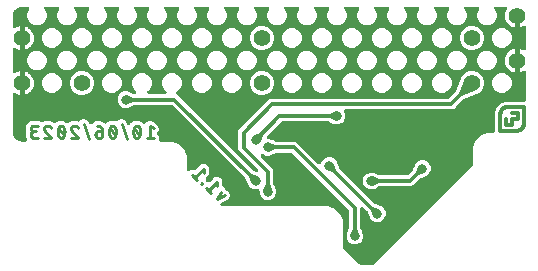
<source format=gbr>
G04 EAGLE Gerber RS-274X export*
G75*
%MOMM*%
%FSLAX34Y34*%
%LPD*%
%INBottom Copper*%
%IPPOS*%
%AMOC8*
5,1,8,0,0,1.08239X$1,22.5*%
G01*
%ADD10C,0.228600*%
%ADD11C,1.400000*%
%ADD12C,0.800000*%
%ADD13C,0.304800*%
%ADD14C,0.406400*%

G36*
X310336Y5095D02*
X310336Y5095D01*
X310462Y5102D01*
X310509Y5115D01*
X310557Y5121D01*
X310676Y5163D01*
X310797Y5198D01*
X310839Y5222D01*
X310885Y5238D01*
X310991Y5307D01*
X311101Y5368D01*
X311148Y5408D01*
X311178Y5427D01*
X311211Y5462D01*
X311288Y5527D01*
X394523Y88762D01*
X394602Y88861D01*
X394686Y88955D01*
X394710Y88997D01*
X394740Y89035D01*
X394794Y89149D01*
X394855Y89260D01*
X394868Y89307D01*
X394889Y89350D01*
X394915Y89474D01*
X394950Y89596D01*
X394955Y89656D01*
X394962Y89691D01*
X394961Y89739D01*
X394969Y89839D01*
X394969Y104542D01*
X397307Y110185D01*
X401625Y114503D01*
X407268Y116841D01*
X411787Y116841D01*
X411813Y116844D01*
X411839Y116842D01*
X411986Y116864D01*
X412133Y116881D01*
X412158Y116889D01*
X412184Y116893D01*
X412322Y116948D01*
X412461Y116998D01*
X412483Y117012D01*
X412508Y117022D01*
X412629Y117107D01*
X412754Y117187D01*
X412772Y117206D01*
X412794Y117221D01*
X412893Y117331D01*
X412996Y117438D01*
X413010Y117460D01*
X413027Y117480D01*
X413099Y117609D01*
X413175Y117737D01*
X413183Y117762D01*
X413196Y117785D01*
X413236Y117928D01*
X413281Y118069D01*
X413283Y118095D01*
X413291Y118120D01*
X413310Y118364D01*
X413310Y134400D01*
X414933Y138318D01*
X417932Y141317D01*
X421850Y142940D01*
X437896Y142940D01*
X437922Y142943D01*
X437948Y142941D01*
X438095Y142963D01*
X438242Y142980D01*
X438267Y142988D01*
X438293Y142992D01*
X438431Y143047D01*
X438570Y143097D01*
X438592Y143111D01*
X438617Y143121D01*
X438738Y143206D01*
X438863Y143286D01*
X438881Y143305D01*
X438903Y143320D01*
X439002Y143430D01*
X439105Y143537D01*
X439119Y143559D01*
X439136Y143579D01*
X439208Y143709D01*
X439284Y143836D01*
X439292Y143861D01*
X439305Y143884D01*
X439345Y144027D01*
X439390Y144168D01*
X439392Y144194D01*
X439400Y144219D01*
X439419Y144463D01*
X439419Y167793D01*
X439418Y167803D01*
X439419Y167812D01*
X439398Y167975D01*
X439379Y168140D01*
X439376Y168148D01*
X439375Y168158D01*
X439318Y168310D01*
X439262Y168468D01*
X439257Y168476D01*
X439254Y168484D01*
X439162Y168622D01*
X439073Y168761D01*
X439066Y168767D01*
X439061Y168775D01*
X438941Y168888D01*
X438822Y169003D01*
X438814Y169007D01*
X438808Y169014D01*
X438665Y169097D01*
X438523Y169182D01*
X438514Y169184D01*
X438506Y169189D01*
X438349Y169237D01*
X438191Y169288D01*
X438182Y169289D01*
X438173Y169291D01*
X438008Y169303D01*
X437844Y169316D01*
X437835Y169314D01*
X437825Y169315D01*
X437663Y169289D01*
X437499Y169264D01*
X437491Y169261D01*
X437481Y169259D01*
X437252Y169174D01*
X437001Y169057D01*
X436992Y169051D01*
X436982Y169048D01*
X436771Y168924D01*
X436724Y168891D01*
X436674Y168883D01*
X436667Y168880D01*
X436662Y168879D01*
X436641Y168870D01*
X436445Y168797D01*
X435711Y168455D01*
X435567Y168367D01*
X435458Y168301D01*
X435404Y168287D01*
X435394Y168283D01*
X435384Y168281D01*
X435155Y168196D01*
X435102Y168171D01*
X435052Y168172D01*
X435044Y168170D01*
X435039Y168170D01*
X435016Y168165D01*
X434811Y168128D01*
X434029Y167918D01*
X433873Y167856D01*
X433753Y167810D01*
X433697Y167805D01*
X433687Y167803D01*
X433676Y167803D01*
X433436Y167759D01*
X433379Y167744D01*
X433330Y167753D01*
X433323Y167753D01*
X433318Y167754D01*
X433295Y167753D01*
X433086Y167752D01*
X432279Y167681D01*
X432113Y167647D01*
X431988Y167623D01*
X431933Y167628D01*
X431922Y167627D01*
X431912Y167629D01*
X431667Y167628D01*
X431609Y167623D01*
X431562Y167640D01*
X431555Y167642D01*
X431550Y167643D01*
X431528Y167646D01*
X431321Y167681D01*
X430514Y167752D01*
X430347Y167747D01*
X430218Y167745D01*
X430164Y167759D01*
X430154Y167761D01*
X430144Y167764D01*
X429903Y167805D01*
X429845Y167810D01*
X429802Y167836D01*
X429795Y167839D01*
X429790Y167841D01*
X429768Y167848D01*
X429571Y167918D01*
X428789Y168128D01*
X428623Y168152D01*
X428496Y168172D01*
X428445Y168196D01*
X428435Y168199D01*
X428426Y168204D01*
X428196Y168287D01*
X428140Y168302D01*
X428102Y168334D01*
X428095Y168338D01*
X428091Y168341D01*
X428071Y168352D01*
X427889Y168455D01*
X427155Y168797D01*
X426995Y168851D01*
X426874Y168892D01*
X426829Y168924D01*
X426820Y168929D01*
X426811Y168936D01*
X426599Y169057D01*
X426546Y169081D01*
X426514Y169120D01*
X426509Y169125D01*
X426505Y169129D01*
X426488Y169142D01*
X426326Y169276D01*
X425662Y169741D01*
X425515Y169820D01*
X425403Y169883D01*
X425363Y169922D01*
X425355Y169929D01*
X425348Y169937D01*
X425160Y170093D01*
X425112Y170126D01*
X425087Y170170D01*
X425083Y170176D01*
X425080Y170180D01*
X425065Y170197D01*
X424929Y170356D01*
X424356Y170929D01*
X424225Y171033D01*
X424125Y171114D01*
X424093Y171160D01*
X424086Y171168D01*
X424081Y171177D01*
X423922Y171363D01*
X423881Y171404D01*
X423865Y171451D01*
X423861Y171458D01*
X423859Y171463D01*
X423846Y171482D01*
X423741Y171662D01*
X423276Y172326D01*
X423164Y172453D01*
X423080Y172548D01*
X423057Y172599D01*
X423051Y172608D01*
X423048Y172618D01*
X422924Y172829D01*
X422891Y172876D01*
X422883Y172926D01*
X422880Y172933D01*
X422879Y172938D01*
X422870Y172959D01*
X422797Y173155D01*
X422455Y173889D01*
X422367Y174033D01*
X422301Y174142D01*
X422287Y174196D01*
X422283Y174206D01*
X422281Y174216D01*
X422196Y174445D01*
X422171Y174498D01*
X422172Y174549D01*
X422170Y174556D01*
X422170Y174561D01*
X422165Y174583D01*
X422128Y174789D01*
X421918Y175571D01*
X421856Y175728D01*
X421810Y175847D01*
X421805Y175903D01*
X421803Y175913D01*
X421803Y175924D01*
X421759Y176164D01*
X421744Y176221D01*
X421753Y176270D01*
X421753Y176277D01*
X421754Y176282D01*
X421753Y176305D01*
X421752Y176514D01*
X421681Y177321D01*
X421647Y177487D01*
X421623Y177612D01*
X421628Y177667D01*
X421627Y177678D01*
X421629Y177688D01*
X421628Y177933D01*
X421623Y177991D01*
X421640Y178038D01*
X421642Y178045D01*
X421643Y178050D01*
X421646Y178072D01*
X421681Y178279D01*
X421752Y179086D01*
X421747Y179253D01*
X421745Y179382D01*
X421759Y179436D01*
X421761Y179446D01*
X421764Y179456D01*
X421805Y179697D01*
X421810Y179755D01*
X421836Y179798D01*
X421839Y179805D01*
X421841Y179810D01*
X421848Y179832D01*
X421918Y180029D01*
X422128Y180811D01*
X422152Y180975D01*
X422172Y181104D01*
X422196Y181155D01*
X422199Y181165D01*
X422204Y181174D01*
X422287Y181404D01*
X422302Y181460D01*
X422334Y181498D01*
X422338Y181505D01*
X422341Y181509D01*
X422352Y181529D01*
X422455Y181711D01*
X422797Y182445D01*
X422851Y182605D01*
X422892Y182726D01*
X422924Y182771D01*
X422929Y182780D01*
X422936Y182789D01*
X423057Y183001D01*
X423081Y183054D01*
X423120Y183086D01*
X423125Y183091D01*
X423129Y183095D01*
X423142Y183112D01*
X423276Y183274D01*
X423741Y183938D01*
X423820Y184085D01*
X423883Y184197D01*
X423922Y184237D01*
X423929Y184245D01*
X423937Y184252D01*
X424093Y184440D01*
X424126Y184488D01*
X424170Y184513D01*
X424176Y184517D01*
X424180Y184520D01*
X424197Y184535D01*
X424356Y184671D01*
X424929Y185244D01*
X425033Y185375D01*
X425114Y185475D01*
X425160Y185507D01*
X425168Y185514D01*
X425177Y185519D01*
X425363Y185678D01*
X425404Y185719D01*
X425451Y185735D01*
X425458Y185739D01*
X425463Y185741D01*
X425482Y185754D01*
X425662Y185859D01*
X426326Y186324D01*
X426453Y186436D01*
X426548Y186520D01*
X426599Y186543D01*
X426608Y186549D01*
X426618Y186552D01*
X426829Y186676D01*
X426876Y186709D01*
X426926Y186717D01*
X426933Y186720D01*
X426938Y186721D01*
X426959Y186730D01*
X427155Y186803D01*
X427889Y187145D01*
X428033Y187233D01*
X428142Y187299D01*
X428196Y187313D01*
X428206Y187317D01*
X428216Y187319D01*
X428446Y187404D01*
X428498Y187429D01*
X428549Y187428D01*
X428556Y187430D01*
X428561Y187430D01*
X428583Y187435D01*
X428789Y187472D01*
X429571Y187682D01*
X429728Y187744D01*
X429847Y187790D01*
X429903Y187795D01*
X429913Y187797D01*
X429924Y187797D01*
X430164Y187841D01*
X430221Y187856D01*
X430270Y187847D01*
X430277Y187847D01*
X430282Y187846D01*
X430305Y187847D01*
X430514Y187848D01*
X431321Y187919D01*
X431487Y187953D01*
X431612Y187977D01*
X431667Y187972D01*
X431678Y187973D01*
X431688Y187971D01*
X431933Y187972D01*
X431991Y187977D01*
X432038Y187960D01*
X432045Y187958D01*
X432050Y187957D01*
X432072Y187954D01*
X432279Y187919D01*
X433086Y187848D01*
X433253Y187853D01*
X433382Y187855D01*
X433436Y187841D01*
X433446Y187839D01*
X433456Y187836D01*
X433697Y187795D01*
X433755Y187790D01*
X433798Y187764D01*
X433805Y187761D01*
X433810Y187759D01*
X433832Y187752D01*
X434029Y187682D01*
X434811Y187472D01*
X434977Y187448D01*
X435104Y187428D01*
X435154Y187404D01*
X435165Y187401D01*
X435174Y187395D01*
X435404Y187313D01*
X435460Y187298D01*
X435498Y187266D01*
X435505Y187262D01*
X435509Y187259D01*
X435529Y187248D01*
X435711Y187145D01*
X436445Y186803D01*
X436605Y186749D01*
X436726Y186708D01*
X436771Y186676D01*
X436780Y186671D01*
X436788Y186664D01*
X437001Y186543D01*
X437252Y186426D01*
X437261Y186423D01*
X437269Y186418D01*
X437425Y186368D01*
X437583Y186316D01*
X437592Y186315D01*
X437601Y186312D01*
X437765Y186299D01*
X437930Y186284D01*
X437939Y186285D01*
X437948Y186284D01*
X438112Y186309D01*
X438275Y186331D01*
X438284Y186335D01*
X438293Y186336D01*
X438446Y186397D01*
X438601Y186456D01*
X438608Y186461D01*
X438617Y186465D01*
X438751Y186558D01*
X438889Y186651D01*
X438895Y186658D01*
X438903Y186664D01*
X439013Y186785D01*
X439126Y186907D01*
X439130Y186915D01*
X439136Y186922D01*
X439216Y187067D01*
X439298Y187210D01*
X439300Y187219D01*
X439305Y187227D01*
X439350Y187387D01*
X439397Y187545D01*
X439397Y187554D01*
X439400Y187563D01*
X439419Y187807D01*
X439419Y205893D01*
X439418Y205903D01*
X439419Y205912D01*
X439398Y206075D01*
X439379Y206240D01*
X439376Y206248D01*
X439375Y206258D01*
X439318Y206410D01*
X439262Y206568D01*
X439257Y206576D01*
X439254Y206584D01*
X439162Y206722D01*
X439073Y206861D01*
X439066Y206867D01*
X439061Y206875D01*
X438941Y206988D01*
X438822Y207103D01*
X438814Y207107D01*
X438808Y207114D01*
X438665Y207197D01*
X438523Y207282D01*
X438514Y207284D01*
X438506Y207289D01*
X438349Y207337D01*
X438191Y207388D01*
X438182Y207389D01*
X438173Y207391D01*
X438008Y207403D01*
X437844Y207416D01*
X437835Y207414D01*
X437825Y207415D01*
X437663Y207389D01*
X437499Y207364D01*
X437491Y207361D01*
X437481Y207359D01*
X437252Y207274D01*
X437001Y207157D01*
X436992Y207151D01*
X436982Y207148D01*
X436771Y207024D01*
X436724Y206991D01*
X436674Y206983D01*
X436667Y206980D01*
X436662Y206979D01*
X436641Y206970D01*
X436445Y206897D01*
X435711Y206555D01*
X435567Y206467D01*
X435458Y206401D01*
X435404Y206387D01*
X435394Y206383D01*
X435384Y206381D01*
X435155Y206296D01*
X435102Y206271D01*
X435052Y206272D01*
X435044Y206270D01*
X435039Y206270D01*
X435016Y206265D01*
X434811Y206228D01*
X434029Y206018D01*
X433873Y205956D01*
X433753Y205910D01*
X433697Y205905D01*
X433687Y205903D01*
X433676Y205903D01*
X433436Y205859D01*
X433379Y205844D01*
X433330Y205853D01*
X433323Y205853D01*
X433318Y205854D01*
X433295Y205853D01*
X433086Y205852D01*
X432279Y205781D01*
X432113Y205747D01*
X431988Y205723D01*
X431933Y205728D01*
X431922Y205727D01*
X431912Y205729D01*
X431667Y205728D01*
X431609Y205723D01*
X431562Y205740D01*
X431555Y205742D01*
X431550Y205743D01*
X431528Y205746D01*
X431321Y205781D01*
X430514Y205852D01*
X430347Y205847D01*
X430218Y205845D01*
X430164Y205859D01*
X430154Y205861D01*
X430144Y205864D01*
X429903Y205905D01*
X429845Y205910D01*
X429802Y205936D01*
X429795Y205939D01*
X429790Y205941D01*
X429768Y205948D01*
X429571Y206018D01*
X428789Y206228D01*
X428623Y206252D01*
X428496Y206272D01*
X428445Y206296D01*
X428435Y206299D01*
X428426Y206304D01*
X428196Y206387D01*
X428140Y206402D01*
X428102Y206434D01*
X428095Y206438D01*
X428091Y206441D01*
X428071Y206452D01*
X427889Y206555D01*
X427155Y206897D01*
X426995Y206951D01*
X426874Y206992D01*
X426829Y207024D01*
X426820Y207029D01*
X426811Y207036D01*
X426599Y207157D01*
X426546Y207181D01*
X426514Y207220D01*
X426509Y207225D01*
X426505Y207229D01*
X426488Y207242D01*
X426326Y207376D01*
X425662Y207841D01*
X425515Y207920D01*
X425403Y207983D01*
X425363Y208022D01*
X425355Y208029D01*
X425348Y208037D01*
X425160Y208193D01*
X425112Y208226D01*
X425087Y208270D01*
X425083Y208276D01*
X425080Y208280D01*
X425065Y208297D01*
X424929Y208456D01*
X424356Y209029D01*
X424225Y209133D01*
X424125Y209214D01*
X424093Y209260D01*
X424086Y209268D01*
X424081Y209277D01*
X423922Y209463D01*
X423881Y209504D01*
X423865Y209551D01*
X423861Y209558D01*
X423859Y209563D01*
X423846Y209582D01*
X423741Y209762D01*
X423276Y210426D01*
X423164Y210553D01*
X423080Y210648D01*
X423057Y210699D01*
X423051Y210708D01*
X423048Y210718D01*
X422924Y210929D01*
X422891Y210976D01*
X422883Y211026D01*
X422880Y211033D01*
X422879Y211038D01*
X422870Y211059D01*
X422797Y211255D01*
X422455Y211989D01*
X422367Y212133D01*
X422301Y212242D01*
X422287Y212296D01*
X422283Y212306D01*
X422281Y212316D01*
X422196Y212545D01*
X422171Y212598D01*
X422172Y212649D01*
X422170Y212656D01*
X422170Y212661D01*
X422165Y212683D01*
X422128Y212889D01*
X421918Y213671D01*
X421856Y213828D01*
X421810Y213947D01*
X421805Y214003D01*
X421803Y214013D01*
X421803Y214024D01*
X421759Y214264D01*
X421744Y214321D01*
X421753Y214370D01*
X421753Y214377D01*
X421754Y214382D01*
X421753Y214405D01*
X421752Y214614D01*
X421681Y215421D01*
X421652Y215563D01*
X421634Y215686D01*
X421623Y215713D01*
X421628Y215767D01*
X421627Y215778D01*
X421629Y215788D01*
X421628Y216033D01*
X421623Y216091D01*
X421640Y216138D01*
X421642Y216145D01*
X421643Y216150D01*
X421646Y216172D01*
X421681Y216379D01*
X421752Y217186D01*
X421747Y217353D01*
X421745Y217482D01*
X421759Y217536D01*
X421761Y217546D01*
X421764Y217556D01*
X421805Y217797D01*
X421810Y217855D01*
X421836Y217898D01*
X421839Y217905D01*
X421841Y217910D01*
X421848Y217932D01*
X421918Y218129D01*
X422128Y218911D01*
X422152Y219077D01*
X422172Y219204D01*
X422196Y219255D01*
X422199Y219265D01*
X422204Y219274D01*
X422287Y219504D01*
X422302Y219560D01*
X422334Y219598D01*
X422338Y219605D01*
X422341Y219609D01*
X422352Y219629D01*
X422455Y219811D01*
X422797Y220545D01*
X422851Y220705D01*
X422892Y220826D01*
X422924Y220871D01*
X422929Y220880D01*
X422936Y220888D01*
X423057Y221101D01*
X423174Y221352D01*
X423177Y221361D01*
X423182Y221369D01*
X423232Y221525D01*
X423284Y221683D01*
X423285Y221692D01*
X423288Y221701D01*
X423301Y221865D01*
X423316Y222030D01*
X423315Y222039D01*
X423316Y222048D01*
X423291Y222212D01*
X423269Y222375D01*
X423265Y222384D01*
X423264Y222393D01*
X423203Y222546D01*
X423144Y222701D01*
X423139Y222708D01*
X423135Y222717D01*
X423042Y222851D01*
X422949Y222989D01*
X422942Y222995D01*
X422936Y223003D01*
X422815Y223113D01*
X422693Y223226D01*
X422685Y223230D01*
X422678Y223236D01*
X422533Y223316D01*
X422390Y223398D01*
X422381Y223400D01*
X422373Y223405D01*
X422213Y223450D01*
X422055Y223497D01*
X422046Y223497D01*
X422037Y223500D01*
X421793Y223519D01*
X414211Y223519D01*
X414112Y223508D01*
X414011Y223506D01*
X413939Y223488D01*
X413865Y223479D01*
X413771Y223446D01*
X413673Y223421D01*
X413607Y223387D01*
X413537Y223362D01*
X413453Y223307D01*
X413363Y223261D01*
X413307Y223213D01*
X413244Y223173D01*
X413174Y223101D01*
X413098Y223036D01*
X413054Y222976D01*
X413002Y222922D01*
X412950Y222836D01*
X412891Y222755D01*
X412861Y222687D01*
X412823Y222623D01*
X412793Y222528D01*
X412753Y222435D01*
X412740Y222362D01*
X412717Y222291D01*
X412709Y222191D01*
X412691Y222092D01*
X412695Y222018D01*
X412689Y221944D01*
X412704Y221845D01*
X412709Y221744D01*
X412730Y221673D01*
X412741Y221599D01*
X412778Y221506D01*
X412806Y221409D01*
X412842Y221344D01*
X412869Y221275D01*
X412927Y221193D01*
X412976Y221105D01*
X413041Y221029D01*
X413068Y220989D01*
X413095Y220965D01*
X413134Y220919D01*
X413445Y220608D01*
X414711Y217553D01*
X414711Y214247D01*
X413445Y211192D01*
X411108Y208855D01*
X408053Y207589D01*
X404747Y207589D01*
X401692Y208855D01*
X399355Y211192D01*
X398089Y214247D01*
X398089Y217553D01*
X399355Y220608D01*
X399666Y220919D01*
X399728Y220997D01*
X399798Y221070D01*
X399836Y221134D01*
X399882Y221192D01*
X399925Y221283D01*
X399977Y221369D01*
X399999Y221440D01*
X400031Y221507D01*
X400052Y221605D01*
X400083Y221701D01*
X400089Y221775D01*
X400105Y221848D01*
X400103Y221948D01*
X400111Y222048D01*
X400100Y222122D01*
X400099Y222196D01*
X400074Y222294D01*
X400059Y222393D01*
X400032Y222462D01*
X400014Y222534D01*
X399968Y222623D01*
X399931Y222717D01*
X399888Y222778D01*
X399854Y222844D01*
X399789Y222920D01*
X399732Y223003D01*
X399677Y223053D01*
X399628Y223109D01*
X399547Y223169D01*
X399473Y223236D01*
X399408Y223272D01*
X399348Y223317D01*
X399256Y223356D01*
X399168Y223405D01*
X399096Y223425D01*
X399028Y223455D01*
X398929Y223472D01*
X398832Y223500D01*
X398732Y223508D01*
X398685Y223516D01*
X398649Y223514D01*
X398589Y223519D01*
X388811Y223519D01*
X388712Y223508D01*
X388611Y223506D01*
X388539Y223488D01*
X388465Y223479D01*
X388371Y223446D01*
X388273Y223421D01*
X388207Y223387D01*
X388137Y223362D01*
X388053Y223307D01*
X387963Y223261D01*
X387907Y223213D01*
X387844Y223173D01*
X387774Y223101D01*
X387698Y223036D01*
X387654Y222976D01*
X387602Y222922D01*
X387550Y222836D01*
X387491Y222755D01*
X387461Y222687D01*
X387423Y222623D01*
X387393Y222528D01*
X387353Y222435D01*
X387340Y222362D01*
X387317Y222291D01*
X387309Y222191D01*
X387291Y222092D01*
X387295Y222018D01*
X387289Y221944D01*
X387304Y221845D01*
X387309Y221744D01*
X387330Y221673D01*
X387341Y221599D01*
X387378Y221506D01*
X387406Y221409D01*
X387442Y221344D01*
X387469Y221275D01*
X387527Y221193D01*
X387576Y221105D01*
X387641Y221029D01*
X387668Y220989D01*
X387695Y220965D01*
X387734Y220919D01*
X388045Y220608D01*
X389311Y217553D01*
X389311Y214247D01*
X388045Y211192D01*
X385708Y208855D01*
X382653Y207589D01*
X379347Y207589D01*
X376292Y208855D01*
X373955Y211192D01*
X372689Y214247D01*
X372689Y217553D01*
X373955Y220608D01*
X374266Y220919D01*
X374328Y220997D01*
X374398Y221070D01*
X374436Y221134D01*
X374482Y221192D01*
X374525Y221283D01*
X374577Y221369D01*
X374599Y221440D01*
X374631Y221507D01*
X374652Y221605D01*
X374683Y221701D01*
X374689Y221775D01*
X374705Y221848D01*
X374703Y221948D01*
X374711Y222048D01*
X374700Y222122D01*
X374699Y222196D01*
X374674Y222294D01*
X374659Y222393D01*
X374632Y222462D01*
X374614Y222534D01*
X374568Y222623D01*
X374531Y222717D01*
X374488Y222778D01*
X374454Y222844D01*
X374389Y222920D01*
X374332Y223003D01*
X374277Y223053D01*
X374228Y223109D01*
X374147Y223169D01*
X374073Y223236D01*
X374008Y223272D01*
X373948Y223317D01*
X373856Y223356D01*
X373768Y223405D01*
X373696Y223425D01*
X373628Y223455D01*
X373529Y223472D01*
X373432Y223500D01*
X373332Y223508D01*
X373285Y223516D01*
X373249Y223514D01*
X373189Y223519D01*
X363411Y223519D01*
X363312Y223508D01*
X363211Y223506D01*
X363139Y223488D01*
X363065Y223479D01*
X362971Y223446D01*
X362873Y223421D01*
X362807Y223387D01*
X362737Y223362D01*
X362653Y223307D01*
X362563Y223261D01*
X362507Y223213D01*
X362444Y223173D01*
X362374Y223101D01*
X362298Y223036D01*
X362254Y222976D01*
X362202Y222922D01*
X362150Y222836D01*
X362091Y222755D01*
X362061Y222687D01*
X362023Y222623D01*
X361993Y222528D01*
X361953Y222435D01*
X361940Y222362D01*
X361917Y222291D01*
X361909Y222191D01*
X361891Y222092D01*
X361895Y222018D01*
X361889Y221944D01*
X361904Y221845D01*
X361909Y221744D01*
X361930Y221673D01*
X361941Y221599D01*
X361978Y221506D01*
X362006Y221409D01*
X362042Y221344D01*
X362069Y221275D01*
X362127Y221193D01*
X362176Y221105D01*
X362241Y221029D01*
X362268Y220989D01*
X362295Y220965D01*
X362334Y220919D01*
X362645Y220608D01*
X363911Y217553D01*
X363911Y214247D01*
X362645Y211192D01*
X360308Y208855D01*
X357253Y207589D01*
X353947Y207589D01*
X350892Y208855D01*
X348555Y211192D01*
X347289Y214247D01*
X347289Y217553D01*
X348555Y220608D01*
X348866Y220919D01*
X348928Y220997D01*
X348998Y221070D01*
X349036Y221134D01*
X349082Y221192D01*
X349125Y221283D01*
X349177Y221369D01*
X349199Y221440D01*
X349231Y221507D01*
X349252Y221605D01*
X349283Y221701D01*
X349289Y221775D01*
X349305Y221848D01*
X349303Y221948D01*
X349311Y222048D01*
X349300Y222122D01*
X349299Y222196D01*
X349274Y222294D01*
X349259Y222393D01*
X349232Y222462D01*
X349214Y222534D01*
X349168Y222623D01*
X349131Y222717D01*
X349088Y222778D01*
X349054Y222844D01*
X348989Y222920D01*
X348932Y223003D01*
X348877Y223053D01*
X348828Y223109D01*
X348747Y223169D01*
X348673Y223236D01*
X348608Y223272D01*
X348548Y223317D01*
X348456Y223356D01*
X348368Y223405D01*
X348296Y223425D01*
X348228Y223455D01*
X348129Y223472D01*
X348032Y223500D01*
X347932Y223508D01*
X347885Y223516D01*
X347849Y223514D01*
X347789Y223519D01*
X338011Y223519D01*
X337912Y223508D01*
X337811Y223506D01*
X337739Y223488D01*
X337665Y223479D01*
X337571Y223446D01*
X337473Y223421D01*
X337407Y223387D01*
X337337Y223362D01*
X337253Y223307D01*
X337163Y223261D01*
X337107Y223213D01*
X337044Y223173D01*
X336974Y223101D01*
X336898Y223036D01*
X336854Y222976D01*
X336802Y222922D01*
X336750Y222836D01*
X336691Y222755D01*
X336661Y222687D01*
X336623Y222623D01*
X336593Y222528D01*
X336553Y222435D01*
X336540Y222362D01*
X336517Y222291D01*
X336509Y222191D01*
X336491Y222092D01*
X336495Y222018D01*
X336489Y221944D01*
X336504Y221845D01*
X336509Y221744D01*
X336530Y221673D01*
X336541Y221599D01*
X336578Y221506D01*
X336606Y221409D01*
X336642Y221344D01*
X336669Y221275D01*
X336727Y221193D01*
X336776Y221105D01*
X336841Y221029D01*
X336868Y220989D01*
X336895Y220965D01*
X336934Y220919D01*
X337245Y220608D01*
X338511Y217553D01*
X338511Y214247D01*
X337245Y211192D01*
X334908Y208855D01*
X331853Y207589D01*
X328547Y207589D01*
X325492Y208855D01*
X323155Y211192D01*
X321889Y214247D01*
X321889Y217553D01*
X323155Y220608D01*
X323466Y220919D01*
X323528Y220997D01*
X323598Y221070D01*
X323636Y221134D01*
X323682Y221192D01*
X323725Y221283D01*
X323777Y221369D01*
X323799Y221440D01*
X323831Y221507D01*
X323852Y221605D01*
X323883Y221701D01*
X323889Y221775D01*
X323905Y221848D01*
X323903Y221948D01*
X323911Y222048D01*
X323900Y222122D01*
X323899Y222196D01*
X323874Y222294D01*
X323859Y222393D01*
X323832Y222462D01*
X323814Y222534D01*
X323768Y222623D01*
X323731Y222717D01*
X323688Y222778D01*
X323654Y222844D01*
X323589Y222920D01*
X323532Y223003D01*
X323477Y223053D01*
X323428Y223109D01*
X323347Y223169D01*
X323273Y223236D01*
X323208Y223272D01*
X323148Y223317D01*
X323056Y223356D01*
X322968Y223405D01*
X322896Y223425D01*
X322828Y223455D01*
X322729Y223472D01*
X322632Y223500D01*
X322532Y223508D01*
X322485Y223516D01*
X322449Y223514D01*
X322389Y223519D01*
X312611Y223519D01*
X312512Y223508D01*
X312411Y223506D01*
X312339Y223488D01*
X312265Y223479D01*
X312171Y223446D01*
X312073Y223421D01*
X312007Y223387D01*
X311937Y223362D01*
X311853Y223307D01*
X311763Y223261D01*
X311707Y223213D01*
X311644Y223173D01*
X311574Y223101D01*
X311498Y223036D01*
X311454Y222976D01*
X311402Y222922D01*
X311350Y222836D01*
X311291Y222755D01*
X311261Y222687D01*
X311223Y222623D01*
X311193Y222528D01*
X311153Y222435D01*
X311140Y222362D01*
X311117Y222291D01*
X311109Y222191D01*
X311091Y222092D01*
X311095Y222018D01*
X311089Y221944D01*
X311104Y221845D01*
X311109Y221744D01*
X311130Y221673D01*
X311141Y221599D01*
X311178Y221506D01*
X311206Y221409D01*
X311242Y221344D01*
X311269Y221275D01*
X311327Y221193D01*
X311376Y221105D01*
X311441Y221029D01*
X311468Y220989D01*
X311495Y220965D01*
X311534Y220919D01*
X311845Y220608D01*
X313111Y217553D01*
X313111Y214247D01*
X311845Y211192D01*
X309508Y208855D01*
X306453Y207589D01*
X303147Y207589D01*
X300092Y208855D01*
X297755Y211192D01*
X296489Y214247D01*
X296489Y217553D01*
X297755Y220608D01*
X298066Y220919D01*
X298128Y220997D01*
X298198Y221070D01*
X298236Y221134D01*
X298282Y221192D01*
X298325Y221283D01*
X298377Y221369D01*
X298399Y221440D01*
X298431Y221507D01*
X298452Y221605D01*
X298483Y221701D01*
X298489Y221775D01*
X298505Y221848D01*
X298503Y221948D01*
X298511Y222048D01*
X298500Y222122D01*
X298499Y222196D01*
X298474Y222294D01*
X298459Y222393D01*
X298432Y222462D01*
X298414Y222534D01*
X298368Y222623D01*
X298331Y222717D01*
X298288Y222778D01*
X298254Y222844D01*
X298189Y222920D01*
X298132Y223003D01*
X298077Y223053D01*
X298028Y223109D01*
X297947Y223169D01*
X297873Y223236D01*
X297808Y223272D01*
X297748Y223317D01*
X297656Y223356D01*
X297568Y223405D01*
X297496Y223425D01*
X297428Y223455D01*
X297329Y223472D01*
X297232Y223500D01*
X297132Y223508D01*
X297085Y223516D01*
X297049Y223514D01*
X296989Y223519D01*
X287211Y223519D01*
X287112Y223508D01*
X287011Y223506D01*
X286939Y223488D01*
X286865Y223479D01*
X286771Y223446D01*
X286673Y223421D01*
X286607Y223387D01*
X286537Y223362D01*
X286453Y223307D01*
X286363Y223261D01*
X286307Y223213D01*
X286244Y223173D01*
X286174Y223101D01*
X286098Y223036D01*
X286054Y222976D01*
X286002Y222922D01*
X285950Y222836D01*
X285891Y222755D01*
X285861Y222687D01*
X285823Y222623D01*
X285793Y222528D01*
X285753Y222435D01*
X285740Y222362D01*
X285717Y222291D01*
X285709Y222191D01*
X285691Y222092D01*
X285695Y222018D01*
X285689Y221944D01*
X285704Y221845D01*
X285709Y221744D01*
X285730Y221673D01*
X285741Y221599D01*
X285778Y221506D01*
X285806Y221409D01*
X285842Y221344D01*
X285869Y221275D01*
X285927Y221193D01*
X285976Y221105D01*
X286041Y221029D01*
X286068Y220989D01*
X286095Y220965D01*
X286134Y220919D01*
X286445Y220608D01*
X287711Y217553D01*
X287711Y214247D01*
X286445Y211192D01*
X284108Y208855D01*
X281053Y207589D01*
X277747Y207589D01*
X274692Y208855D01*
X272355Y211192D01*
X271089Y214247D01*
X271089Y217553D01*
X272355Y220608D01*
X272666Y220919D01*
X272728Y220997D01*
X272798Y221070D01*
X272836Y221134D01*
X272882Y221192D01*
X272925Y221283D01*
X272977Y221369D01*
X272999Y221440D01*
X273031Y221507D01*
X273052Y221605D01*
X273083Y221701D01*
X273089Y221775D01*
X273105Y221848D01*
X273103Y221948D01*
X273111Y222048D01*
X273100Y222122D01*
X273099Y222196D01*
X273074Y222294D01*
X273059Y222393D01*
X273032Y222462D01*
X273014Y222534D01*
X272968Y222623D01*
X272931Y222717D01*
X272888Y222778D01*
X272854Y222844D01*
X272789Y222920D01*
X272732Y223003D01*
X272677Y223053D01*
X272628Y223109D01*
X272547Y223169D01*
X272473Y223236D01*
X272408Y223272D01*
X272348Y223317D01*
X272256Y223356D01*
X272168Y223405D01*
X272096Y223425D01*
X272028Y223455D01*
X271929Y223472D01*
X271832Y223500D01*
X271732Y223508D01*
X271685Y223516D01*
X271649Y223514D01*
X271589Y223519D01*
X261811Y223519D01*
X261712Y223508D01*
X261611Y223506D01*
X261539Y223488D01*
X261465Y223479D01*
X261371Y223446D01*
X261273Y223421D01*
X261207Y223387D01*
X261137Y223362D01*
X261053Y223307D01*
X260963Y223261D01*
X260907Y223213D01*
X260844Y223173D01*
X260774Y223101D01*
X260698Y223036D01*
X260654Y222976D01*
X260602Y222922D01*
X260550Y222836D01*
X260491Y222755D01*
X260461Y222687D01*
X260423Y222623D01*
X260393Y222528D01*
X260353Y222435D01*
X260340Y222362D01*
X260317Y222291D01*
X260309Y222191D01*
X260291Y222092D01*
X260295Y222018D01*
X260289Y221944D01*
X260304Y221845D01*
X260309Y221744D01*
X260330Y221673D01*
X260341Y221599D01*
X260378Y221506D01*
X260406Y221409D01*
X260442Y221344D01*
X260469Y221275D01*
X260527Y221193D01*
X260576Y221105D01*
X260641Y221029D01*
X260668Y220989D01*
X260695Y220965D01*
X260734Y220919D01*
X261045Y220608D01*
X262311Y217553D01*
X262311Y214247D01*
X261045Y211192D01*
X258708Y208855D01*
X255653Y207589D01*
X252347Y207589D01*
X249292Y208855D01*
X246955Y211192D01*
X245689Y214247D01*
X245689Y217553D01*
X246955Y220608D01*
X247266Y220919D01*
X247328Y220997D01*
X247398Y221070D01*
X247436Y221134D01*
X247482Y221192D01*
X247525Y221283D01*
X247577Y221369D01*
X247599Y221440D01*
X247631Y221507D01*
X247652Y221605D01*
X247683Y221701D01*
X247689Y221775D01*
X247705Y221848D01*
X247703Y221948D01*
X247711Y222048D01*
X247700Y222122D01*
X247699Y222196D01*
X247674Y222294D01*
X247659Y222393D01*
X247632Y222462D01*
X247614Y222534D01*
X247568Y222623D01*
X247531Y222717D01*
X247488Y222778D01*
X247454Y222844D01*
X247389Y222920D01*
X247332Y223003D01*
X247277Y223053D01*
X247228Y223109D01*
X247147Y223169D01*
X247073Y223236D01*
X247008Y223272D01*
X246948Y223317D01*
X246856Y223356D01*
X246768Y223405D01*
X246696Y223425D01*
X246628Y223455D01*
X246529Y223472D01*
X246432Y223500D01*
X246332Y223508D01*
X246285Y223516D01*
X246249Y223514D01*
X246189Y223519D01*
X236411Y223519D01*
X236312Y223508D01*
X236211Y223506D01*
X236139Y223488D01*
X236065Y223479D01*
X235971Y223446D01*
X235873Y223421D01*
X235807Y223387D01*
X235737Y223362D01*
X235653Y223307D01*
X235563Y223261D01*
X235507Y223213D01*
X235444Y223173D01*
X235374Y223101D01*
X235298Y223036D01*
X235254Y222976D01*
X235202Y222922D01*
X235150Y222836D01*
X235091Y222755D01*
X235061Y222687D01*
X235023Y222623D01*
X234993Y222528D01*
X234953Y222435D01*
X234940Y222362D01*
X234917Y222291D01*
X234909Y222191D01*
X234891Y222092D01*
X234895Y222018D01*
X234889Y221944D01*
X234904Y221845D01*
X234909Y221744D01*
X234930Y221673D01*
X234941Y221599D01*
X234978Y221506D01*
X235006Y221409D01*
X235042Y221344D01*
X235069Y221275D01*
X235127Y221193D01*
X235176Y221105D01*
X235241Y221029D01*
X235268Y220989D01*
X235295Y220965D01*
X235334Y220919D01*
X235645Y220608D01*
X236911Y217553D01*
X236911Y214247D01*
X235645Y211192D01*
X233308Y208855D01*
X230253Y207589D01*
X226947Y207589D01*
X223892Y208855D01*
X221555Y211192D01*
X220289Y214247D01*
X220289Y217553D01*
X221555Y220608D01*
X221866Y220919D01*
X221928Y220997D01*
X221998Y221070D01*
X222036Y221134D01*
X222082Y221192D01*
X222125Y221283D01*
X222177Y221369D01*
X222199Y221440D01*
X222231Y221507D01*
X222252Y221605D01*
X222283Y221701D01*
X222289Y221775D01*
X222305Y221848D01*
X222303Y221948D01*
X222311Y222048D01*
X222300Y222122D01*
X222299Y222196D01*
X222274Y222294D01*
X222259Y222393D01*
X222232Y222462D01*
X222214Y222534D01*
X222168Y222623D01*
X222131Y222717D01*
X222088Y222778D01*
X222054Y222844D01*
X221989Y222920D01*
X221932Y223003D01*
X221877Y223053D01*
X221828Y223109D01*
X221747Y223169D01*
X221673Y223236D01*
X221608Y223272D01*
X221548Y223317D01*
X221456Y223356D01*
X221368Y223405D01*
X221296Y223425D01*
X221228Y223455D01*
X221129Y223472D01*
X221032Y223500D01*
X220932Y223508D01*
X220885Y223516D01*
X220849Y223514D01*
X220789Y223519D01*
X211011Y223519D01*
X210912Y223508D01*
X210811Y223506D01*
X210739Y223488D01*
X210665Y223479D01*
X210571Y223446D01*
X210473Y223421D01*
X210407Y223387D01*
X210337Y223362D01*
X210253Y223307D01*
X210163Y223261D01*
X210107Y223213D01*
X210044Y223173D01*
X209974Y223101D01*
X209898Y223036D01*
X209854Y222976D01*
X209802Y222922D01*
X209750Y222836D01*
X209691Y222755D01*
X209661Y222687D01*
X209623Y222623D01*
X209593Y222528D01*
X209553Y222435D01*
X209540Y222362D01*
X209517Y222291D01*
X209509Y222191D01*
X209491Y222092D01*
X209495Y222018D01*
X209489Y221944D01*
X209504Y221845D01*
X209509Y221744D01*
X209530Y221673D01*
X209541Y221599D01*
X209578Y221506D01*
X209606Y221409D01*
X209642Y221344D01*
X209669Y221275D01*
X209727Y221193D01*
X209776Y221105D01*
X209841Y221029D01*
X209868Y220989D01*
X209895Y220965D01*
X209934Y220919D01*
X210245Y220608D01*
X211511Y217553D01*
X211511Y214247D01*
X210245Y211192D01*
X207908Y208855D01*
X204853Y207589D01*
X201547Y207589D01*
X198492Y208855D01*
X196155Y211192D01*
X194889Y214247D01*
X194889Y217553D01*
X196155Y220608D01*
X196466Y220919D01*
X196528Y220997D01*
X196598Y221070D01*
X196636Y221134D01*
X196682Y221192D01*
X196725Y221283D01*
X196777Y221369D01*
X196799Y221440D01*
X196831Y221507D01*
X196852Y221605D01*
X196883Y221701D01*
X196889Y221775D01*
X196905Y221848D01*
X196903Y221948D01*
X196911Y222048D01*
X196900Y222122D01*
X196899Y222196D01*
X196874Y222294D01*
X196859Y222393D01*
X196832Y222462D01*
X196814Y222534D01*
X196768Y222623D01*
X196731Y222717D01*
X196688Y222778D01*
X196654Y222844D01*
X196589Y222920D01*
X196532Y223003D01*
X196477Y223053D01*
X196428Y223109D01*
X196347Y223169D01*
X196273Y223236D01*
X196208Y223272D01*
X196148Y223317D01*
X196056Y223356D01*
X195968Y223405D01*
X195896Y223425D01*
X195828Y223455D01*
X195729Y223472D01*
X195632Y223500D01*
X195532Y223508D01*
X195485Y223516D01*
X195449Y223514D01*
X195389Y223519D01*
X185611Y223519D01*
X185512Y223508D01*
X185411Y223506D01*
X185339Y223488D01*
X185265Y223479D01*
X185171Y223446D01*
X185073Y223421D01*
X185007Y223387D01*
X184937Y223362D01*
X184853Y223307D01*
X184763Y223261D01*
X184707Y223213D01*
X184644Y223173D01*
X184574Y223101D01*
X184498Y223036D01*
X184454Y222976D01*
X184402Y222922D01*
X184350Y222836D01*
X184291Y222755D01*
X184261Y222687D01*
X184223Y222623D01*
X184193Y222528D01*
X184153Y222435D01*
X184140Y222362D01*
X184117Y222291D01*
X184109Y222191D01*
X184091Y222092D01*
X184095Y222018D01*
X184089Y221944D01*
X184104Y221845D01*
X184109Y221744D01*
X184130Y221673D01*
X184141Y221599D01*
X184178Y221506D01*
X184206Y221409D01*
X184242Y221344D01*
X184269Y221275D01*
X184327Y221193D01*
X184376Y221105D01*
X184441Y221029D01*
X184468Y220989D01*
X184495Y220965D01*
X184534Y220919D01*
X184845Y220608D01*
X186111Y217553D01*
X186111Y214247D01*
X184845Y211192D01*
X182508Y208855D01*
X179453Y207589D01*
X176147Y207589D01*
X173092Y208855D01*
X170755Y211192D01*
X169489Y214247D01*
X169489Y217553D01*
X170755Y220608D01*
X171066Y220919D01*
X171128Y220997D01*
X171198Y221070D01*
X171236Y221134D01*
X171282Y221192D01*
X171325Y221283D01*
X171377Y221369D01*
X171399Y221440D01*
X171431Y221507D01*
X171452Y221605D01*
X171483Y221701D01*
X171489Y221775D01*
X171505Y221848D01*
X171503Y221948D01*
X171511Y222048D01*
X171500Y222122D01*
X171499Y222196D01*
X171474Y222294D01*
X171459Y222393D01*
X171432Y222462D01*
X171414Y222534D01*
X171368Y222623D01*
X171331Y222717D01*
X171288Y222778D01*
X171254Y222844D01*
X171189Y222920D01*
X171132Y223003D01*
X171077Y223053D01*
X171028Y223109D01*
X170947Y223169D01*
X170873Y223236D01*
X170808Y223272D01*
X170748Y223317D01*
X170656Y223356D01*
X170568Y223405D01*
X170496Y223425D01*
X170428Y223455D01*
X170329Y223472D01*
X170232Y223500D01*
X170132Y223508D01*
X170085Y223516D01*
X170049Y223514D01*
X169989Y223519D01*
X160211Y223519D01*
X160112Y223508D01*
X160011Y223506D01*
X159939Y223488D01*
X159865Y223479D01*
X159771Y223446D01*
X159673Y223421D01*
X159607Y223387D01*
X159537Y223362D01*
X159453Y223307D01*
X159363Y223261D01*
X159307Y223213D01*
X159244Y223173D01*
X159174Y223101D01*
X159098Y223036D01*
X159054Y222976D01*
X159002Y222922D01*
X158950Y222836D01*
X158891Y222755D01*
X158861Y222687D01*
X158823Y222623D01*
X158793Y222528D01*
X158753Y222435D01*
X158740Y222362D01*
X158717Y222291D01*
X158709Y222191D01*
X158691Y222092D01*
X158695Y222018D01*
X158689Y221944D01*
X158704Y221845D01*
X158709Y221744D01*
X158730Y221673D01*
X158741Y221599D01*
X158778Y221506D01*
X158806Y221409D01*
X158842Y221344D01*
X158869Y221275D01*
X158927Y221193D01*
X158976Y221105D01*
X159041Y221029D01*
X159068Y220989D01*
X159095Y220965D01*
X159134Y220919D01*
X159445Y220608D01*
X160711Y217553D01*
X160711Y214247D01*
X159445Y211192D01*
X157108Y208855D01*
X154053Y207589D01*
X150747Y207589D01*
X147692Y208855D01*
X145355Y211192D01*
X144089Y214247D01*
X144089Y217553D01*
X145355Y220608D01*
X145666Y220919D01*
X145728Y220997D01*
X145798Y221070D01*
X145836Y221134D01*
X145882Y221192D01*
X145925Y221283D01*
X145977Y221369D01*
X145999Y221440D01*
X146031Y221507D01*
X146052Y221605D01*
X146083Y221701D01*
X146089Y221775D01*
X146105Y221848D01*
X146103Y221948D01*
X146111Y222048D01*
X146100Y222122D01*
X146099Y222196D01*
X146074Y222294D01*
X146059Y222393D01*
X146032Y222462D01*
X146014Y222534D01*
X145968Y222623D01*
X145931Y222717D01*
X145888Y222778D01*
X145854Y222844D01*
X145789Y222920D01*
X145732Y223003D01*
X145677Y223053D01*
X145628Y223109D01*
X145547Y223169D01*
X145473Y223236D01*
X145408Y223272D01*
X145348Y223317D01*
X145256Y223356D01*
X145168Y223405D01*
X145096Y223425D01*
X145028Y223455D01*
X144929Y223472D01*
X144832Y223500D01*
X144732Y223508D01*
X144685Y223516D01*
X144649Y223514D01*
X144589Y223519D01*
X134811Y223519D01*
X134712Y223508D01*
X134611Y223506D01*
X134539Y223488D01*
X134465Y223479D01*
X134371Y223446D01*
X134273Y223421D01*
X134207Y223387D01*
X134137Y223362D01*
X134053Y223307D01*
X133963Y223261D01*
X133907Y223213D01*
X133844Y223173D01*
X133774Y223101D01*
X133698Y223036D01*
X133654Y222976D01*
X133602Y222922D01*
X133550Y222836D01*
X133491Y222755D01*
X133461Y222687D01*
X133423Y222623D01*
X133393Y222528D01*
X133353Y222435D01*
X133340Y222362D01*
X133317Y222291D01*
X133309Y222191D01*
X133291Y222092D01*
X133295Y222018D01*
X133289Y221944D01*
X133304Y221845D01*
X133309Y221744D01*
X133330Y221673D01*
X133341Y221599D01*
X133378Y221506D01*
X133406Y221409D01*
X133442Y221344D01*
X133469Y221275D01*
X133527Y221193D01*
X133576Y221105D01*
X133641Y221029D01*
X133668Y220989D01*
X133695Y220965D01*
X133734Y220919D01*
X134045Y220608D01*
X135311Y217553D01*
X135311Y214247D01*
X134045Y211192D01*
X131708Y208855D01*
X128653Y207589D01*
X125347Y207589D01*
X122292Y208855D01*
X119955Y211192D01*
X118689Y214247D01*
X118689Y217553D01*
X119955Y220608D01*
X120266Y220919D01*
X120328Y220997D01*
X120398Y221070D01*
X120436Y221134D01*
X120482Y221192D01*
X120525Y221283D01*
X120577Y221369D01*
X120599Y221440D01*
X120631Y221507D01*
X120652Y221605D01*
X120683Y221701D01*
X120689Y221775D01*
X120705Y221848D01*
X120703Y221948D01*
X120711Y222048D01*
X120700Y222122D01*
X120699Y222196D01*
X120674Y222294D01*
X120659Y222393D01*
X120632Y222462D01*
X120614Y222534D01*
X120568Y222623D01*
X120531Y222717D01*
X120488Y222778D01*
X120454Y222844D01*
X120389Y222920D01*
X120332Y223003D01*
X120277Y223053D01*
X120228Y223109D01*
X120147Y223169D01*
X120073Y223236D01*
X120008Y223272D01*
X119948Y223317D01*
X119856Y223356D01*
X119768Y223405D01*
X119696Y223425D01*
X119628Y223455D01*
X119529Y223472D01*
X119432Y223500D01*
X119332Y223508D01*
X119285Y223516D01*
X119249Y223514D01*
X119189Y223519D01*
X109411Y223519D01*
X109312Y223508D01*
X109211Y223506D01*
X109139Y223488D01*
X109065Y223479D01*
X108971Y223446D01*
X108873Y223421D01*
X108807Y223387D01*
X108737Y223362D01*
X108653Y223307D01*
X108563Y223261D01*
X108507Y223213D01*
X108444Y223173D01*
X108374Y223101D01*
X108298Y223036D01*
X108254Y222976D01*
X108202Y222922D01*
X108150Y222836D01*
X108091Y222755D01*
X108061Y222687D01*
X108023Y222623D01*
X107993Y222528D01*
X107953Y222435D01*
X107940Y222362D01*
X107917Y222291D01*
X107909Y222191D01*
X107891Y222092D01*
X107895Y222018D01*
X107889Y221944D01*
X107904Y221845D01*
X107909Y221744D01*
X107930Y221673D01*
X107941Y221599D01*
X107978Y221506D01*
X108006Y221409D01*
X108042Y221344D01*
X108069Y221275D01*
X108127Y221193D01*
X108176Y221105D01*
X108241Y221029D01*
X108268Y220989D01*
X108295Y220965D01*
X108334Y220919D01*
X108645Y220608D01*
X109911Y217553D01*
X109911Y214247D01*
X108645Y211192D01*
X106308Y208855D01*
X103253Y207589D01*
X99947Y207589D01*
X96892Y208855D01*
X94555Y211192D01*
X93289Y214247D01*
X93289Y217553D01*
X94555Y220608D01*
X94866Y220919D01*
X94928Y220997D01*
X94998Y221070D01*
X95036Y221134D01*
X95082Y221192D01*
X95125Y221283D01*
X95177Y221369D01*
X95199Y221440D01*
X95231Y221507D01*
X95252Y221605D01*
X95283Y221701D01*
X95289Y221775D01*
X95305Y221848D01*
X95303Y221948D01*
X95311Y222048D01*
X95300Y222122D01*
X95299Y222196D01*
X95274Y222294D01*
X95259Y222393D01*
X95232Y222462D01*
X95214Y222534D01*
X95168Y222623D01*
X95131Y222717D01*
X95088Y222778D01*
X95054Y222844D01*
X94989Y222920D01*
X94932Y223003D01*
X94877Y223053D01*
X94828Y223109D01*
X94747Y223169D01*
X94673Y223236D01*
X94608Y223272D01*
X94548Y223317D01*
X94456Y223356D01*
X94368Y223405D01*
X94296Y223425D01*
X94228Y223455D01*
X94129Y223472D01*
X94032Y223500D01*
X93932Y223508D01*
X93885Y223516D01*
X93849Y223514D01*
X93789Y223519D01*
X84011Y223519D01*
X83912Y223508D01*
X83811Y223506D01*
X83739Y223488D01*
X83665Y223479D01*
X83571Y223446D01*
X83473Y223421D01*
X83407Y223387D01*
X83337Y223362D01*
X83253Y223307D01*
X83163Y223261D01*
X83107Y223213D01*
X83044Y223173D01*
X82974Y223101D01*
X82898Y223036D01*
X82854Y222976D01*
X82802Y222922D01*
X82750Y222836D01*
X82691Y222755D01*
X82661Y222687D01*
X82623Y222623D01*
X82593Y222528D01*
X82553Y222435D01*
X82540Y222362D01*
X82517Y222291D01*
X82509Y222191D01*
X82491Y222092D01*
X82495Y222018D01*
X82489Y221944D01*
X82504Y221845D01*
X82509Y221744D01*
X82530Y221673D01*
X82541Y221599D01*
X82578Y221506D01*
X82606Y221409D01*
X82642Y221344D01*
X82669Y221275D01*
X82727Y221193D01*
X82776Y221105D01*
X82841Y221029D01*
X82868Y220989D01*
X82895Y220965D01*
X82934Y220919D01*
X83245Y220608D01*
X84511Y217553D01*
X84511Y214247D01*
X83245Y211192D01*
X80908Y208855D01*
X77853Y207589D01*
X74547Y207589D01*
X71492Y208855D01*
X69155Y211192D01*
X67889Y214247D01*
X67889Y217553D01*
X69155Y220608D01*
X69466Y220919D01*
X69528Y220997D01*
X69598Y221070D01*
X69636Y221134D01*
X69682Y221192D01*
X69725Y221283D01*
X69777Y221369D01*
X69799Y221440D01*
X69831Y221507D01*
X69852Y221605D01*
X69883Y221701D01*
X69889Y221775D01*
X69905Y221848D01*
X69903Y221948D01*
X69911Y222048D01*
X69900Y222122D01*
X69899Y222196D01*
X69874Y222294D01*
X69859Y222393D01*
X69832Y222462D01*
X69814Y222534D01*
X69768Y222623D01*
X69731Y222717D01*
X69688Y222778D01*
X69654Y222844D01*
X69589Y222920D01*
X69532Y223003D01*
X69477Y223053D01*
X69428Y223109D01*
X69347Y223169D01*
X69273Y223236D01*
X69208Y223272D01*
X69148Y223317D01*
X69056Y223356D01*
X68968Y223405D01*
X68896Y223425D01*
X68828Y223455D01*
X68729Y223472D01*
X68632Y223500D01*
X68532Y223508D01*
X68485Y223516D01*
X68449Y223514D01*
X68389Y223519D01*
X58611Y223519D01*
X58512Y223508D01*
X58411Y223506D01*
X58339Y223488D01*
X58265Y223479D01*
X58171Y223446D01*
X58073Y223421D01*
X58007Y223387D01*
X57937Y223362D01*
X57853Y223307D01*
X57763Y223261D01*
X57707Y223213D01*
X57644Y223173D01*
X57574Y223101D01*
X57498Y223036D01*
X57454Y222976D01*
X57402Y222922D01*
X57350Y222836D01*
X57291Y222755D01*
X57261Y222687D01*
X57223Y222623D01*
X57193Y222528D01*
X57153Y222435D01*
X57140Y222362D01*
X57117Y222291D01*
X57109Y222191D01*
X57091Y222092D01*
X57095Y222018D01*
X57089Y221944D01*
X57104Y221845D01*
X57109Y221744D01*
X57130Y221673D01*
X57141Y221599D01*
X57178Y221506D01*
X57206Y221409D01*
X57242Y221344D01*
X57269Y221275D01*
X57327Y221193D01*
X57376Y221105D01*
X57441Y221029D01*
X57468Y220989D01*
X57495Y220965D01*
X57534Y220919D01*
X57845Y220608D01*
X59111Y217553D01*
X59111Y214247D01*
X57845Y211192D01*
X55508Y208855D01*
X52453Y207589D01*
X49147Y207589D01*
X46092Y208855D01*
X43755Y211192D01*
X42489Y214247D01*
X42489Y217553D01*
X43755Y220608D01*
X44066Y220919D01*
X44128Y220997D01*
X44198Y221070D01*
X44236Y221134D01*
X44282Y221192D01*
X44325Y221283D01*
X44377Y221369D01*
X44399Y221440D01*
X44431Y221507D01*
X44452Y221605D01*
X44483Y221701D01*
X44489Y221775D01*
X44505Y221848D01*
X44503Y221948D01*
X44511Y222048D01*
X44500Y222122D01*
X44499Y222196D01*
X44474Y222294D01*
X44459Y222393D01*
X44432Y222462D01*
X44414Y222534D01*
X44368Y222623D01*
X44331Y222717D01*
X44288Y222778D01*
X44254Y222844D01*
X44189Y222920D01*
X44132Y223003D01*
X44077Y223053D01*
X44028Y223109D01*
X43947Y223169D01*
X43873Y223236D01*
X43808Y223272D01*
X43748Y223317D01*
X43656Y223356D01*
X43568Y223405D01*
X43496Y223425D01*
X43428Y223455D01*
X43329Y223472D01*
X43232Y223500D01*
X43132Y223508D01*
X43085Y223516D01*
X43049Y223514D01*
X42989Y223519D01*
X33211Y223519D01*
X33112Y223508D01*
X33011Y223506D01*
X32939Y223488D01*
X32865Y223479D01*
X32771Y223446D01*
X32673Y223421D01*
X32607Y223387D01*
X32537Y223362D01*
X32453Y223307D01*
X32363Y223261D01*
X32307Y223213D01*
X32244Y223173D01*
X32174Y223101D01*
X32098Y223036D01*
X32054Y222976D01*
X32002Y222922D01*
X31950Y222836D01*
X31891Y222755D01*
X31861Y222687D01*
X31823Y222623D01*
X31793Y222528D01*
X31753Y222435D01*
X31740Y222362D01*
X31717Y222291D01*
X31709Y222191D01*
X31691Y222092D01*
X31695Y222018D01*
X31689Y221944D01*
X31704Y221845D01*
X31709Y221744D01*
X31730Y221673D01*
X31741Y221599D01*
X31778Y221506D01*
X31806Y221409D01*
X31842Y221344D01*
X31869Y221275D01*
X31927Y221193D01*
X31976Y221105D01*
X32041Y221029D01*
X32068Y220989D01*
X32095Y220965D01*
X32134Y220919D01*
X32445Y220608D01*
X33711Y217553D01*
X33711Y214247D01*
X32445Y211192D01*
X30108Y208855D01*
X27053Y207589D01*
X23747Y207589D01*
X20692Y208855D01*
X18355Y211192D01*
X17089Y214247D01*
X17089Y217553D01*
X18355Y220608D01*
X18666Y220919D01*
X18728Y220997D01*
X18798Y221070D01*
X18836Y221134D01*
X18882Y221192D01*
X18925Y221283D01*
X18977Y221369D01*
X18999Y221440D01*
X19031Y221507D01*
X19052Y221605D01*
X19083Y221701D01*
X19089Y221775D01*
X19105Y221848D01*
X19103Y221948D01*
X19111Y222048D01*
X19100Y222122D01*
X19099Y222196D01*
X19074Y222294D01*
X19059Y222393D01*
X19032Y222462D01*
X19014Y222534D01*
X18968Y222623D01*
X18931Y222717D01*
X18888Y222778D01*
X18854Y222844D01*
X18789Y222920D01*
X18732Y223003D01*
X18677Y223053D01*
X18628Y223109D01*
X18547Y223169D01*
X18473Y223236D01*
X18408Y223272D01*
X18348Y223317D01*
X18256Y223356D01*
X18168Y223405D01*
X18096Y223425D01*
X18028Y223455D01*
X17929Y223472D01*
X17832Y223500D01*
X17732Y223508D01*
X17685Y223516D01*
X17649Y223514D01*
X17589Y223519D01*
X12753Y223519D01*
X12705Y223514D01*
X12603Y223512D01*
X11404Y223394D01*
X11304Y223372D01*
X11203Y223360D01*
X11110Y223330D01*
X11063Y223320D01*
X11030Y223304D01*
X10970Y223285D01*
X8754Y222367D01*
X8752Y222366D01*
X8750Y222366D01*
X8598Y222280D01*
X8449Y222198D01*
X8448Y222196D01*
X8446Y222195D01*
X8260Y222037D01*
X6563Y220340D01*
X6562Y220339D01*
X6560Y220338D01*
X6453Y220201D01*
X6347Y220067D01*
X6346Y220066D01*
X6344Y220064D01*
X6233Y219846D01*
X5315Y217630D01*
X5287Y217532D01*
X5250Y217437D01*
X5232Y217341D01*
X5219Y217295D01*
X5217Y217258D01*
X5206Y217196D01*
X5088Y215997D01*
X5089Y215948D01*
X5081Y215847D01*
X5081Y206857D01*
X5082Y206847D01*
X5081Y206838D01*
X5102Y206675D01*
X5121Y206510D01*
X5124Y206502D01*
X5125Y206492D01*
X5182Y206338D01*
X5238Y206182D01*
X5243Y206174D01*
X5246Y206166D01*
X5338Y206028D01*
X5427Y205889D01*
X5434Y205883D01*
X5439Y205875D01*
X5559Y205762D01*
X5678Y205647D01*
X5686Y205643D01*
X5692Y205636D01*
X5836Y205553D01*
X5977Y205468D01*
X5986Y205466D01*
X5994Y205461D01*
X6151Y205413D01*
X6309Y205362D01*
X6318Y205361D01*
X6327Y205359D01*
X6492Y205347D01*
X6656Y205334D01*
X6665Y205336D01*
X6675Y205335D01*
X6837Y205361D01*
X7001Y205386D01*
X7009Y205389D01*
X7019Y205391D01*
X7248Y205476D01*
X7499Y205593D01*
X7508Y205599D01*
X7518Y205602D01*
X7729Y205726D01*
X7776Y205759D01*
X7826Y205767D01*
X7833Y205770D01*
X7838Y205771D01*
X7859Y205780D01*
X8055Y205853D01*
X8789Y206195D01*
X8933Y206283D01*
X9042Y206349D01*
X9096Y206363D01*
X9106Y206367D01*
X9116Y206369D01*
X9346Y206454D01*
X9398Y206479D01*
X9449Y206478D01*
X9456Y206480D01*
X9461Y206480D01*
X9483Y206485D01*
X9689Y206522D01*
X10471Y206732D01*
X10628Y206794D01*
X10747Y206840D01*
X10803Y206845D01*
X10813Y206847D01*
X10824Y206847D01*
X11064Y206891D01*
X11121Y206906D01*
X11170Y206897D01*
X11177Y206897D01*
X11182Y206896D01*
X11205Y206897D01*
X11414Y206898D01*
X12221Y206969D01*
X12387Y207003D01*
X12512Y207027D01*
X12567Y207022D01*
X12578Y207023D01*
X12588Y207021D01*
X12833Y207022D01*
X12891Y207027D01*
X12938Y207010D01*
X12945Y207008D01*
X12950Y207007D01*
X12972Y207004D01*
X13179Y206969D01*
X13986Y206898D01*
X14153Y206903D01*
X14282Y206905D01*
X14336Y206891D01*
X14346Y206889D01*
X14356Y206886D01*
X14597Y206845D01*
X14655Y206840D01*
X14698Y206814D01*
X14705Y206811D01*
X14710Y206809D01*
X14732Y206802D01*
X14929Y206732D01*
X15711Y206522D01*
X15877Y206498D01*
X16004Y206478D01*
X16054Y206454D01*
X16065Y206451D01*
X16074Y206445D01*
X16304Y206363D01*
X16360Y206348D01*
X16398Y206316D01*
X16405Y206312D01*
X16409Y206309D01*
X16429Y206298D01*
X16611Y206195D01*
X17345Y205853D01*
X17505Y205799D01*
X17626Y205758D01*
X17671Y205726D01*
X17680Y205721D01*
X17689Y205714D01*
X17901Y205593D01*
X17954Y205569D01*
X17986Y205530D01*
X17991Y205525D01*
X17995Y205521D01*
X18012Y205508D01*
X18174Y205374D01*
X18838Y204909D01*
X18985Y204829D01*
X19097Y204767D01*
X19137Y204728D01*
X19145Y204721D01*
X19152Y204713D01*
X19340Y204557D01*
X19388Y204524D01*
X19413Y204480D01*
X19417Y204474D01*
X19420Y204470D01*
X19435Y204453D01*
X19571Y204294D01*
X20144Y203721D01*
X20275Y203617D01*
X20375Y203536D01*
X20407Y203490D01*
X20414Y203482D01*
X20419Y203473D01*
X20578Y203287D01*
X20619Y203246D01*
X20635Y203199D01*
X20639Y203192D01*
X20641Y203187D01*
X20654Y203168D01*
X20759Y202988D01*
X21224Y202324D01*
X21336Y202197D01*
X21420Y202102D01*
X21443Y202051D01*
X21449Y202042D01*
X21452Y202032D01*
X21576Y201821D01*
X21609Y201774D01*
X21617Y201724D01*
X21620Y201717D01*
X21621Y201712D01*
X21630Y201691D01*
X21703Y201495D01*
X22045Y200761D01*
X22133Y200617D01*
X22199Y200508D01*
X22213Y200454D01*
X22217Y200444D01*
X22219Y200434D01*
X22304Y200204D01*
X22329Y200152D01*
X22328Y200101D01*
X22330Y200094D01*
X22330Y200089D01*
X22335Y200067D01*
X22372Y199861D01*
X22582Y199079D01*
X22644Y198922D01*
X22690Y198803D01*
X22695Y198747D01*
X22697Y198737D01*
X22697Y198726D01*
X22741Y198486D01*
X22756Y198429D01*
X22747Y198380D01*
X22747Y198373D01*
X22746Y198368D01*
X22747Y198345D01*
X22748Y198136D01*
X22819Y197329D01*
X22853Y197163D01*
X22877Y197038D01*
X22872Y196983D01*
X22873Y196972D01*
X22871Y196962D01*
X22872Y196717D01*
X22877Y196659D01*
X22860Y196612D01*
X22858Y196605D01*
X22857Y196600D01*
X22854Y196578D01*
X22819Y196371D01*
X22748Y195564D01*
X22751Y195468D01*
X22748Y195435D01*
X22753Y195405D01*
X22753Y195397D01*
X22755Y195268D01*
X22741Y195214D01*
X22739Y195204D01*
X22736Y195194D01*
X22695Y194953D01*
X22690Y194895D01*
X22664Y194852D01*
X22662Y194845D01*
X22659Y194840D01*
X22652Y194818D01*
X22582Y194621D01*
X22372Y193839D01*
X22348Y193674D01*
X22328Y193546D01*
X22304Y193495D01*
X22301Y193485D01*
X22296Y193476D01*
X22213Y193246D01*
X22198Y193190D01*
X22166Y193152D01*
X22162Y193145D01*
X22159Y193141D01*
X22148Y193121D01*
X22045Y192939D01*
X21703Y192205D01*
X21649Y192044D01*
X21608Y191924D01*
X21576Y191879D01*
X21571Y191870D01*
X21564Y191861D01*
X21443Y191649D01*
X21419Y191596D01*
X21380Y191564D01*
X21375Y191559D01*
X21371Y191555D01*
X21358Y191538D01*
X21224Y191376D01*
X20759Y190712D01*
X20680Y190565D01*
X20617Y190453D01*
X20578Y190413D01*
X20571Y190405D01*
X20563Y190398D01*
X20407Y190210D01*
X20374Y190162D01*
X20330Y190137D01*
X20324Y190133D01*
X20320Y190130D01*
X20303Y190115D01*
X20144Y189979D01*
X19571Y189406D01*
X19467Y189275D01*
X19386Y189175D01*
X19340Y189143D01*
X19332Y189136D01*
X19323Y189131D01*
X19235Y189056D01*
X19223Y189048D01*
X19209Y189033D01*
X19137Y188972D01*
X19096Y188931D01*
X19049Y188915D01*
X19042Y188911D01*
X19037Y188909D01*
X19018Y188896D01*
X18838Y188791D01*
X18174Y188326D01*
X18047Y188214D01*
X17952Y188130D01*
X17901Y188107D01*
X17892Y188101D01*
X17882Y188098D01*
X17671Y187974D01*
X17624Y187941D01*
X17574Y187933D01*
X17567Y187930D01*
X17562Y187929D01*
X17541Y187920D01*
X17345Y187847D01*
X16611Y187505D01*
X16467Y187417D01*
X16358Y187351D01*
X16304Y187337D01*
X16294Y187333D01*
X16284Y187331D01*
X16055Y187246D01*
X16002Y187221D01*
X15952Y187222D01*
X15944Y187220D01*
X15939Y187220D01*
X15916Y187215D01*
X15711Y187178D01*
X14929Y186968D01*
X14773Y186906D01*
X14653Y186860D01*
X14597Y186855D01*
X14587Y186853D01*
X14576Y186853D01*
X14336Y186809D01*
X14279Y186794D01*
X14230Y186803D01*
X14223Y186803D01*
X14218Y186804D01*
X14195Y186803D01*
X13986Y186802D01*
X13179Y186731D01*
X13013Y186697D01*
X12888Y186673D01*
X12833Y186678D01*
X12822Y186677D01*
X12812Y186679D01*
X12567Y186678D01*
X12509Y186673D01*
X12462Y186690D01*
X12455Y186692D01*
X12450Y186693D01*
X12428Y186696D01*
X12221Y186731D01*
X11414Y186802D01*
X11247Y186797D01*
X11118Y186795D01*
X11064Y186809D01*
X11054Y186811D01*
X11044Y186814D01*
X10803Y186855D01*
X10745Y186860D01*
X10702Y186886D01*
X10695Y186889D01*
X10690Y186891D01*
X10668Y186898D01*
X10471Y186968D01*
X9689Y187178D01*
X9523Y187202D01*
X9396Y187222D01*
X9345Y187246D01*
X9335Y187249D01*
X9326Y187254D01*
X9096Y187337D01*
X9040Y187352D01*
X9002Y187384D01*
X8995Y187388D01*
X8991Y187391D01*
X8971Y187402D01*
X8789Y187505D01*
X8055Y187847D01*
X7895Y187901D01*
X7774Y187942D01*
X7729Y187974D01*
X7720Y187979D01*
X7712Y187986D01*
X7499Y188107D01*
X7248Y188224D01*
X7239Y188227D01*
X7231Y188232D01*
X7075Y188282D01*
X6917Y188334D01*
X6908Y188335D01*
X6899Y188338D01*
X6735Y188351D01*
X6570Y188366D01*
X6561Y188365D01*
X6552Y188366D01*
X6388Y188341D01*
X6225Y188319D01*
X6216Y188315D01*
X6207Y188314D01*
X6054Y188253D01*
X5899Y188194D01*
X5892Y188189D01*
X5883Y188185D01*
X5749Y188092D01*
X5611Y187999D01*
X5605Y187992D01*
X5597Y187986D01*
X5487Y187865D01*
X5374Y187743D01*
X5370Y187735D01*
X5364Y187728D01*
X5284Y187583D01*
X5202Y187440D01*
X5200Y187431D01*
X5195Y187423D01*
X5150Y187262D01*
X5103Y187105D01*
X5103Y187096D01*
X5100Y187087D01*
X5081Y186843D01*
X5081Y168757D01*
X5082Y168747D01*
X5081Y168738D01*
X5102Y168575D01*
X5121Y168410D01*
X5124Y168402D01*
X5125Y168392D01*
X5182Y168238D01*
X5238Y168082D01*
X5243Y168074D01*
X5246Y168066D01*
X5338Y167928D01*
X5427Y167789D01*
X5434Y167783D01*
X5439Y167775D01*
X5559Y167662D01*
X5678Y167547D01*
X5686Y167543D01*
X5692Y167536D01*
X5835Y167453D01*
X5977Y167368D01*
X5986Y167366D01*
X5994Y167361D01*
X6151Y167313D01*
X6309Y167262D01*
X6318Y167261D01*
X6327Y167259D01*
X6492Y167247D01*
X6656Y167234D01*
X6665Y167236D01*
X6675Y167235D01*
X6837Y167261D01*
X7001Y167286D01*
X7009Y167289D01*
X7019Y167291D01*
X7248Y167376D01*
X7499Y167493D01*
X7508Y167499D01*
X7518Y167502D01*
X7729Y167626D01*
X7776Y167659D01*
X7826Y167667D01*
X7833Y167670D01*
X7838Y167671D01*
X7859Y167680D01*
X8055Y167753D01*
X8789Y168095D01*
X8933Y168183D01*
X9042Y168249D01*
X9096Y168263D01*
X9106Y168267D01*
X9116Y168269D01*
X9346Y168354D01*
X9398Y168379D01*
X9449Y168378D01*
X9456Y168380D01*
X9461Y168380D01*
X9483Y168385D01*
X9689Y168422D01*
X10471Y168632D01*
X10628Y168694D01*
X10747Y168740D01*
X10803Y168745D01*
X10813Y168747D01*
X10824Y168747D01*
X11064Y168791D01*
X11121Y168806D01*
X11170Y168797D01*
X11177Y168797D01*
X11182Y168796D01*
X11205Y168797D01*
X11414Y168798D01*
X12221Y168869D01*
X12387Y168903D01*
X12512Y168927D01*
X12567Y168922D01*
X12578Y168923D01*
X12588Y168921D01*
X12833Y168922D01*
X12891Y168927D01*
X12938Y168910D01*
X12945Y168908D01*
X12950Y168907D01*
X12972Y168904D01*
X13179Y168869D01*
X13986Y168798D01*
X14153Y168803D01*
X14282Y168805D01*
X14336Y168791D01*
X14346Y168789D01*
X14356Y168786D01*
X14597Y168745D01*
X14655Y168740D01*
X14698Y168714D01*
X14705Y168711D01*
X14710Y168709D01*
X14732Y168702D01*
X14929Y168632D01*
X15711Y168422D01*
X15877Y168398D01*
X16004Y168378D01*
X16054Y168354D01*
X16065Y168351D01*
X16074Y168345D01*
X16304Y168263D01*
X16360Y168248D01*
X16398Y168216D01*
X16405Y168212D01*
X16409Y168209D01*
X16429Y168198D01*
X16611Y168095D01*
X17345Y167753D01*
X17505Y167699D01*
X17626Y167658D01*
X17671Y167626D01*
X17680Y167621D01*
X17689Y167614D01*
X17901Y167493D01*
X17954Y167469D01*
X17986Y167430D01*
X17991Y167425D01*
X17995Y167421D01*
X18012Y167408D01*
X18174Y167274D01*
X18838Y166809D01*
X18985Y166729D01*
X19097Y166667D01*
X19137Y166628D01*
X19145Y166621D01*
X19152Y166613D01*
X19340Y166457D01*
X19388Y166424D01*
X19413Y166380D01*
X19417Y166374D01*
X19420Y166370D01*
X19435Y166353D01*
X19571Y166194D01*
X20144Y165621D01*
X20275Y165517D01*
X20375Y165436D01*
X20407Y165390D01*
X20414Y165382D01*
X20419Y165373D01*
X20578Y165187D01*
X20619Y165146D01*
X20635Y165099D01*
X20639Y165092D01*
X20641Y165087D01*
X20654Y165068D01*
X20759Y164888D01*
X21224Y164224D01*
X21338Y164096D01*
X21420Y164002D01*
X21443Y163951D01*
X21449Y163942D01*
X21452Y163932D01*
X21576Y163721D01*
X21609Y163674D01*
X21617Y163624D01*
X21620Y163617D01*
X21621Y163612D01*
X21630Y163591D01*
X21703Y163395D01*
X22045Y162661D01*
X22133Y162517D01*
X22199Y162408D01*
X22213Y162354D01*
X22217Y162344D01*
X22219Y162334D01*
X22304Y162104D01*
X22329Y162052D01*
X22328Y162001D01*
X22330Y161994D01*
X22330Y161989D01*
X22335Y161967D01*
X22372Y161761D01*
X22582Y160979D01*
X22644Y160822D01*
X22690Y160703D01*
X22695Y160647D01*
X22697Y160637D01*
X22697Y160626D01*
X22741Y160386D01*
X22756Y160329D01*
X22747Y160280D01*
X22747Y160273D01*
X22746Y160268D01*
X22747Y160245D01*
X22748Y160036D01*
X22819Y159229D01*
X22853Y159063D01*
X22877Y158938D01*
X22872Y158883D01*
X22873Y158872D01*
X22871Y158862D01*
X22872Y158617D01*
X22877Y158559D01*
X22860Y158512D01*
X22858Y158505D01*
X22857Y158500D01*
X22854Y158478D01*
X22819Y158271D01*
X22748Y157464D01*
X22751Y157367D01*
X22750Y157354D01*
X22752Y157342D01*
X22753Y157297D01*
X22755Y157168D01*
X22741Y157114D01*
X22739Y157104D01*
X22736Y157094D01*
X22695Y156853D01*
X22690Y156795D01*
X22664Y156752D01*
X22662Y156745D01*
X22659Y156740D01*
X22652Y156718D01*
X22582Y156521D01*
X22372Y155739D01*
X22348Y155574D01*
X22328Y155446D01*
X22304Y155395D01*
X22301Y155385D01*
X22296Y155376D01*
X22213Y155146D01*
X22198Y155090D01*
X22166Y155052D01*
X22162Y155045D01*
X22159Y155041D01*
X22148Y155021D01*
X22045Y154839D01*
X21703Y154105D01*
X21649Y153945D01*
X21608Y153824D01*
X21576Y153779D01*
X21571Y153770D01*
X21564Y153761D01*
X21443Y153549D01*
X21419Y153496D01*
X21380Y153464D01*
X21375Y153459D01*
X21371Y153455D01*
X21358Y153438D01*
X21224Y153276D01*
X20759Y152612D01*
X20680Y152465D01*
X20617Y152353D01*
X20578Y152313D01*
X20571Y152305D01*
X20563Y152298D01*
X20407Y152110D01*
X20374Y152062D01*
X20330Y152037D01*
X20324Y152033D01*
X20320Y152030D01*
X20303Y152015D01*
X20144Y151879D01*
X19571Y151306D01*
X19467Y151175D01*
X19386Y151075D01*
X19340Y151043D01*
X19332Y151036D01*
X19323Y151031D01*
X19267Y150983D01*
X19241Y150966D01*
X19212Y150936D01*
X19137Y150872D01*
X19096Y150831D01*
X19049Y150815D01*
X19042Y150811D01*
X19037Y150809D01*
X19018Y150796D01*
X18838Y150691D01*
X18174Y150226D01*
X18047Y150114D01*
X17952Y150030D01*
X17901Y150007D01*
X17892Y150001D01*
X17882Y149998D01*
X17671Y149874D01*
X17624Y149841D01*
X17574Y149833D01*
X17567Y149830D01*
X17562Y149829D01*
X17541Y149820D01*
X17345Y149747D01*
X16611Y149405D01*
X16467Y149317D01*
X16358Y149251D01*
X16304Y149237D01*
X16294Y149233D01*
X16284Y149231D01*
X16055Y149146D01*
X16002Y149121D01*
X15952Y149122D01*
X15944Y149120D01*
X15939Y149120D01*
X15916Y149115D01*
X15711Y149078D01*
X14929Y148868D01*
X14773Y148806D01*
X14653Y148760D01*
X14597Y148755D01*
X14587Y148753D01*
X14576Y148753D01*
X14336Y148709D01*
X14279Y148694D01*
X14230Y148703D01*
X14223Y148703D01*
X14218Y148704D01*
X14195Y148703D01*
X13986Y148702D01*
X13179Y148631D01*
X13013Y148597D01*
X12888Y148573D01*
X12833Y148578D01*
X12822Y148577D01*
X12812Y148579D01*
X12567Y148578D01*
X12509Y148573D01*
X12462Y148590D01*
X12455Y148592D01*
X12450Y148593D01*
X12428Y148596D01*
X12221Y148631D01*
X11414Y148702D01*
X11247Y148697D01*
X11118Y148695D01*
X11064Y148709D01*
X11054Y148711D01*
X11044Y148714D01*
X10803Y148755D01*
X10745Y148760D01*
X10702Y148786D01*
X10695Y148789D01*
X10690Y148791D01*
X10668Y148798D01*
X10471Y148868D01*
X9689Y149078D01*
X9523Y149102D01*
X9396Y149122D01*
X9345Y149146D01*
X9335Y149149D01*
X9326Y149154D01*
X9096Y149237D01*
X9040Y149252D01*
X9002Y149284D01*
X8995Y149288D01*
X8991Y149291D01*
X8971Y149302D01*
X8789Y149405D01*
X8055Y149747D01*
X7895Y149801D01*
X7774Y149842D01*
X7729Y149874D01*
X7720Y149879D01*
X7712Y149886D01*
X7499Y150007D01*
X7248Y150124D01*
X7239Y150127D01*
X7231Y150132D01*
X7075Y150182D01*
X6917Y150234D01*
X6908Y150235D01*
X6899Y150238D01*
X6735Y150251D01*
X6570Y150266D01*
X6561Y150265D01*
X6552Y150266D01*
X6388Y150241D01*
X6225Y150219D01*
X6216Y150215D01*
X6207Y150214D01*
X6054Y150153D01*
X5899Y150094D01*
X5892Y150089D01*
X5883Y150085D01*
X5749Y149992D01*
X5611Y149899D01*
X5605Y149892D01*
X5597Y149886D01*
X5487Y149765D01*
X5374Y149643D01*
X5370Y149635D01*
X5364Y149628D01*
X5284Y149483D01*
X5202Y149340D01*
X5200Y149331D01*
X5195Y149323D01*
X5150Y149162D01*
X5103Y149005D01*
X5103Y148996D01*
X5100Y148987D01*
X5081Y148743D01*
X5081Y116900D01*
X5086Y116852D01*
X5088Y116750D01*
X5206Y115549D01*
X5228Y115450D01*
X5240Y115349D01*
X5270Y115255D01*
X5280Y115209D01*
X5296Y115176D01*
X5315Y115116D01*
X6234Y112897D01*
X6235Y112895D01*
X6236Y112893D01*
X6320Y112743D01*
X6403Y112592D01*
X6405Y112591D01*
X6406Y112589D01*
X6564Y112403D01*
X8263Y110704D01*
X8264Y110703D01*
X8266Y110701D01*
X8402Y110594D01*
X8536Y110488D01*
X8538Y110487D01*
X8539Y110486D01*
X8757Y110374D01*
X10976Y109455D01*
X11074Y109427D01*
X11169Y109390D01*
X11229Y109379D01*
X11264Y109368D01*
X11288Y109366D01*
X11311Y109359D01*
X11347Y109358D01*
X11409Y109346D01*
X12610Y109228D01*
X12658Y109229D01*
X12760Y109221D01*
X15696Y109221D01*
X15772Y109229D01*
X15847Y109228D01*
X15944Y109249D01*
X16043Y109261D01*
X16114Y109286D01*
X16188Y109302D01*
X16277Y109345D01*
X16371Y109378D01*
X16434Y109419D01*
X16503Y109452D01*
X16580Y109513D01*
X16664Y109567D01*
X16716Y109622D01*
X16775Y109669D01*
X16837Y109747D01*
X16906Y109818D01*
X16945Y109883D01*
X16992Y109942D01*
X17034Y110032D01*
X17085Y110117D01*
X17108Y110189D01*
X17140Y110258D01*
X17161Y110354D01*
X17191Y110449D01*
X17197Y110524D01*
X17213Y110598D01*
X17211Y110698D01*
X17219Y110796D01*
X17208Y110871D01*
X17206Y110947D01*
X17182Y111043D01*
X17167Y111141D01*
X17139Y111211D01*
X17121Y111285D01*
X17056Y111421D01*
X17038Y111465D01*
X17028Y111480D01*
X17016Y111506D01*
X16001Y113262D01*
X16001Y117059D01*
X16013Y117080D01*
X16041Y117144D01*
X16059Y117174D01*
X16073Y117217D01*
X16073Y117219D01*
X16138Y117355D01*
X16143Y117378D01*
X16152Y117400D01*
X16179Y117549D01*
X16211Y117696D01*
X16210Y117720D01*
X16214Y117743D01*
X16207Y117894D01*
X16204Y118045D01*
X16198Y118067D01*
X16197Y118091D01*
X16155Y118236D01*
X16118Y118382D01*
X16106Y118408D01*
X16101Y118426D01*
X16078Y118467D01*
X16013Y118603D01*
X16001Y118625D01*
X16001Y122111D01*
X17745Y125130D01*
X20607Y126783D01*
X20669Y126829D01*
X20736Y126867D01*
X20744Y126874D01*
X27715Y126874D01*
X28605Y125983D01*
X28606Y125982D01*
X28607Y125981D01*
X28741Y125875D01*
X28878Y125767D01*
X28880Y125766D01*
X28881Y125765D01*
X29040Y125690D01*
X29193Y125618D01*
X29195Y125617D01*
X29196Y125617D01*
X29371Y125579D01*
X29534Y125544D01*
X29535Y125544D01*
X29537Y125544D01*
X29719Y125548D01*
X29883Y125550D01*
X29884Y125551D01*
X29885Y125551D01*
X30056Y125594D01*
X30221Y125635D01*
X30222Y125636D01*
X30223Y125636D01*
X30444Y125741D01*
X32406Y126874D01*
X35987Y126874D01*
X35993Y126869D01*
X36113Y126769D01*
X36132Y126759D01*
X36143Y126750D01*
X36182Y126731D01*
X36327Y126652D01*
X38758Y125569D01*
X39151Y125132D01*
X39237Y125056D01*
X39317Y124973D01*
X39367Y124941D01*
X39412Y124901D01*
X39514Y124847D01*
X39610Y124784D01*
X39666Y124764D01*
X39719Y124736D01*
X39830Y124706D01*
X39939Y124667D01*
X39998Y124660D01*
X40055Y124645D01*
X40170Y124641D01*
X40285Y124627D01*
X40344Y124634D01*
X40403Y124632D01*
X40517Y124654D01*
X40631Y124668D01*
X40687Y124688D01*
X40745Y124699D01*
X40851Y124747D01*
X40959Y124785D01*
X41025Y124825D01*
X41063Y124842D01*
X41098Y124869D01*
X41169Y124911D01*
X43916Y126874D01*
X47975Y126874D01*
X50436Y125116D01*
X50480Y125092D01*
X50520Y125060D01*
X50632Y125007D01*
X50741Y124947D01*
X50789Y124933D01*
X50835Y124912D01*
X50957Y124886D01*
X51076Y124852D01*
X51126Y124850D01*
X51176Y124839D01*
X51300Y124841D01*
X51424Y124836D01*
X51474Y124845D01*
X51524Y124846D01*
X51645Y124876D01*
X51767Y124899D01*
X51813Y124919D01*
X51862Y124931D01*
X52083Y125036D01*
X52086Y125038D01*
X52087Y125038D01*
X55266Y126874D01*
X58847Y126874D01*
X58853Y126869D01*
X58973Y126769D01*
X58992Y126759D01*
X59003Y126750D01*
X59042Y126731D01*
X59187Y126652D01*
X60178Y126211D01*
X60190Y126207D01*
X60201Y126200D01*
X60357Y126154D01*
X60510Y126106D01*
X60523Y126105D01*
X60535Y126101D01*
X60697Y126092D01*
X60858Y126080D01*
X60870Y126082D01*
X60883Y126081D01*
X61043Y126109D01*
X61202Y126133D01*
X61214Y126138D01*
X61227Y126140D01*
X61375Y126203D01*
X61525Y126264D01*
X61536Y126271D01*
X61548Y126276D01*
X61678Y126371D01*
X61810Y126464D01*
X61819Y126474D01*
X61830Y126481D01*
X61935Y126604D01*
X62043Y126724D01*
X62049Y126735D01*
X62057Y126745D01*
X62178Y126958D01*
X62284Y127185D01*
X65548Y128372D01*
X68694Y126903D01*
X69427Y124888D01*
X69431Y124880D01*
X69434Y124871D01*
X69481Y124779D01*
X69514Y124697D01*
X69547Y124649D01*
X69583Y124577D01*
X69589Y124569D01*
X69593Y124561D01*
X69674Y124466D01*
X69713Y124411D01*
X69745Y124382D01*
X69806Y124308D01*
X69813Y124303D01*
X69819Y124296D01*
X69936Y124209D01*
X69971Y124177D01*
X69998Y124162D01*
X70083Y124098D01*
X70092Y124094D01*
X70099Y124088D01*
X70248Y124024D01*
X70276Y124009D01*
X70295Y124003D01*
X70402Y123956D01*
X70411Y123954D01*
X70419Y123950D01*
X70581Y123921D01*
X70595Y123919D01*
X70612Y123914D01*
X70625Y123913D01*
X70744Y123890D01*
X70753Y123890D01*
X70762Y123889D01*
X70927Y123897D01*
X71092Y123904D01*
X71101Y123906D01*
X71111Y123907D01*
X71201Y123933D01*
X71214Y123934D01*
X71245Y123945D01*
X71268Y123952D01*
X71428Y123996D01*
X71436Y124001D01*
X71445Y124003D01*
X71515Y124042D01*
X71542Y124052D01*
X71602Y124090D01*
X71734Y124162D01*
X71741Y124169D01*
X71750Y124173D01*
X71811Y124225D01*
X71834Y124241D01*
X71861Y124268D01*
X71936Y124332D01*
X74478Y126874D01*
X78577Y126874D01*
X82563Y124573D01*
X82568Y124571D01*
X82572Y124567D01*
X82731Y124500D01*
X82883Y124434D01*
X82888Y124433D01*
X82893Y124431D01*
X83060Y124402D01*
X83226Y124372D01*
X83231Y124372D01*
X83236Y124371D01*
X83403Y124380D01*
X83574Y124389D01*
X83579Y124390D01*
X83584Y124391D01*
X83821Y124452D01*
X83879Y124472D01*
X83904Y124484D01*
X83909Y124485D01*
X83920Y124491D01*
X83967Y124514D01*
X84058Y124547D01*
X84149Y124601D01*
X84194Y124622D01*
X84220Y124643D01*
X84268Y124672D01*
X87350Y126874D01*
X91409Y126874D01*
X91968Y126474D01*
X92114Y126394D01*
X92257Y126312D01*
X92266Y126310D01*
X92273Y126305D01*
X92432Y126260D01*
X92592Y126213D01*
X92600Y126213D01*
X92609Y126210D01*
X92774Y126202D01*
X92939Y126193D01*
X92948Y126194D01*
X92957Y126194D01*
X93120Y126224D01*
X93283Y126252D01*
X93291Y126255D01*
X93299Y126257D01*
X93452Y126324D01*
X93604Y126388D01*
X93611Y126393D01*
X93619Y126396D01*
X93753Y126496D01*
X93886Y126593D01*
X93891Y126600D01*
X93898Y126605D01*
X94006Y126733D01*
X94113Y126857D01*
X94118Y126866D01*
X94123Y126871D01*
X94136Y126897D01*
X94234Y127069D01*
X94288Y127185D01*
X97552Y128372D01*
X100698Y126903D01*
X101665Y124244D01*
X101668Y124238D01*
X101670Y124231D01*
X101746Y124082D01*
X101821Y123932D01*
X101826Y123927D01*
X101829Y123921D01*
X101937Y123793D01*
X102044Y123664D01*
X102049Y123660D01*
X102053Y123655D01*
X102188Y123554D01*
X102321Y123453D01*
X102328Y123451D01*
X102333Y123447D01*
X102486Y123380D01*
X102640Y123311D01*
X102646Y123310D01*
X102653Y123308D01*
X102815Y123278D01*
X102982Y123246D01*
X102989Y123246D01*
X102995Y123245D01*
X103163Y123253D01*
X103330Y123259D01*
X103337Y123261D01*
X103343Y123261D01*
X103505Y123307D01*
X103666Y123352D01*
X103672Y123355D01*
X103679Y123357D01*
X103827Y123439D01*
X103972Y123518D01*
X103977Y123522D01*
X103983Y123526D01*
X104109Y123639D01*
X104233Y123750D01*
X104237Y123755D01*
X104242Y123760D01*
X104337Y123897D01*
X104434Y124034D01*
X104436Y124041D01*
X104440Y124046D01*
X104538Y124270D01*
X104622Y124515D01*
X104679Y124556D01*
X104736Y124607D01*
X104767Y124622D01*
X104794Y124643D01*
X104842Y124672D01*
X107924Y126874D01*
X111983Y126874D01*
X113625Y125700D01*
X113626Y125700D01*
X115065Y124672D01*
X115138Y124632D01*
X115146Y124625D01*
X115181Y124591D01*
X115201Y124579D01*
X115228Y124555D01*
X115404Y124430D01*
X115470Y124394D01*
X115530Y124349D01*
X115621Y124310D01*
X115709Y124261D01*
X115781Y124241D01*
X115850Y124211D01*
X115948Y124194D01*
X116044Y124166D01*
X116119Y124163D01*
X116193Y124150D01*
X116293Y124155D01*
X116392Y124150D01*
X116466Y124164D01*
X116541Y124167D01*
X116637Y124195D01*
X116735Y124213D01*
X116804Y124243D01*
X116876Y124264D01*
X116963Y124313D01*
X117054Y124353D01*
X117114Y124397D01*
X117180Y124434D01*
X117297Y124533D01*
X117334Y124561D01*
X117345Y124575D01*
X117366Y124593D01*
X118196Y125422D01*
X118227Y125462D01*
X118308Y125548D01*
X119226Y126695D01*
X119268Y126705D01*
X119306Y126723D01*
X119347Y126735D01*
X119462Y126800D01*
X119581Y126858D01*
X119601Y126874D01*
X121067Y126874D01*
X121117Y126879D01*
X121235Y126883D01*
X122695Y127045D01*
X122732Y127022D01*
X122772Y127009D01*
X122809Y126988D01*
X122937Y126952D01*
X123062Y126909D01*
X123087Y126907D01*
X124124Y125870D01*
X124163Y125838D01*
X124249Y125757D01*
X128251Y122556D01*
X128634Y119105D01*
X127145Y117244D01*
X127083Y117145D01*
X127014Y117051D01*
X126991Y116998D01*
X126960Y116948D01*
X126922Y116838D01*
X126876Y116731D01*
X126866Y116674D01*
X126847Y116619D01*
X126835Y116503D01*
X126814Y116388D01*
X126817Y116330D01*
X126811Y116272D01*
X126826Y116156D01*
X126832Y116040D01*
X126848Y115984D01*
X126856Y115926D01*
X126896Y115817D01*
X126929Y115705D01*
X126957Y115654D01*
X126978Y115600D01*
X127042Y115503D01*
X127099Y115401D01*
X127147Y115344D01*
X127170Y115310D01*
X127195Y115287D01*
X127206Y115271D01*
X127223Y115256D01*
X127257Y115215D01*
X128468Y114004D01*
X128468Y110744D01*
X128471Y110718D01*
X128469Y110692D01*
X128491Y110545D01*
X128508Y110398D01*
X128517Y110373D01*
X128521Y110347D01*
X128575Y110209D01*
X128625Y110070D01*
X128640Y110048D01*
X128649Y110023D01*
X128734Y109902D01*
X128814Y109777D01*
X128833Y109759D01*
X128848Y109737D01*
X128958Y109638D01*
X129065Y109535D01*
X129088Y109521D01*
X129107Y109504D01*
X129237Y109432D01*
X129364Y109356D01*
X129389Y109348D01*
X129412Y109335D01*
X129555Y109295D01*
X129696Y109250D01*
X129722Y109248D01*
X129748Y109240D01*
X129991Y109221D01*
X140246Y109221D01*
X145823Y106911D01*
X150091Y102643D01*
X152401Y97066D01*
X152401Y85777D01*
X152402Y85766D01*
X152402Y85761D01*
X152406Y85733D01*
X152412Y85677D01*
X152414Y85577D01*
X152432Y85505D01*
X152441Y85431D01*
X152475Y85336D01*
X152499Y85239D01*
X152533Y85173D01*
X152558Y85103D01*
X152613Y85018D01*
X152659Y84929D01*
X152707Y84872D01*
X152747Y84810D01*
X152819Y84740D01*
X152884Y84664D01*
X152944Y84619D01*
X152998Y84568D01*
X153084Y84516D01*
X153165Y84456D01*
X153233Y84427D01*
X153297Y84389D01*
X153392Y84358D01*
X153485Y84318D01*
X153558Y84305D01*
X153629Y84283D01*
X153729Y84275D01*
X153828Y84257D01*
X153902Y84261D01*
X153976Y84255D01*
X154076Y84270D01*
X154176Y84275D01*
X154247Y84295D01*
X154321Y84306D01*
X154414Y84343D01*
X154511Y84371D01*
X154576Y84408D01*
X154645Y84435D01*
X154727Y84492D01*
X154815Y84541D01*
X154891Y84607D01*
X154931Y84634D01*
X154955Y84660D01*
X155001Y84700D01*
X155455Y85154D01*
X158915Y85154D01*
X159041Y85169D01*
X159167Y85175D01*
X159214Y85188D01*
X159262Y85194D01*
X159381Y85237D01*
X159502Y85272D01*
X159544Y85295D01*
X159590Y85311D01*
X159696Y85380D01*
X159806Y85442D01*
X159852Y85481D01*
X159882Y85501D01*
X159916Y85535D01*
X159992Y85600D01*
X163413Y89021D01*
X163444Y89060D01*
X163526Y89146D01*
X164443Y90294D01*
X164485Y90303D01*
X164523Y90322D01*
X164564Y90334D01*
X164680Y90398D01*
X164798Y90456D01*
X164818Y90472D01*
X166284Y90472D01*
X166334Y90478D01*
X166453Y90482D01*
X167913Y90644D01*
X167949Y90621D01*
X167989Y90607D01*
X168026Y90587D01*
X168154Y90551D01*
X168279Y90508D01*
X168304Y90505D01*
X169341Y89468D01*
X169380Y89437D01*
X169467Y89356D01*
X170614Y88438D01*
X170623Y88396D01*
X170642Y88358D01*
X170654Y88317D01*
X170718Y88202D01*
X170776Y88083D01*
X170793Y88063D01*
X170793Y86597D01*
X170798Y86547D01*
X170802Y86429D01*
X171368Y81336D01*
X169051Y78440D01*
X169038Y78434D01*
X168918Y78331D01*
X168795Y78231D01*
X168785Y78218D01*
X168773Y78208D01*
X168679Y78081D01*
X168582Y77955D01*
X168575Y77941D01*
X168566Y77927D01*
X168503Y77782D01*
X168437Y77638D01*
X168434Y77622D01*
X168428Y77607D01*
X168400Y77451D01*
X168368Y77297D01*
X168369Y77281D01*
X168366Y77264D01*
X168374Y77106D01*
X168379Y76948D01*
X168383Y76933D01*
X168384Y76916D01*
X168428Y76764D01*
X168468Y76612D01*
X168476Y76597D01*
X168480Y76581D01*
X168558Y76443D01*
X168632Y76304D01*
X168643Y76292D01*
X168651Y76277D01*
X168809Y76091D01*
X169736Y75164D01*
X169737Y75163D01*
X169884Y75016D01*
X169905Y75000D01*
X169922Y74980D01*
X170041Y74891D01*
X170157Y74799D01*
X170181Y74788D01*
X170202Y74773D01*
X170338Y74714D01*
X170472Y74651D01*
X170498Y74645D01*
X170522Y74635D01*
X170668Y74608D01*
X170813Y74577D01*
X170839Y74578D01*
X170865Y74573D01*
X171013Y74581D01*
X171161Y74583D01*
X171187Y74589D01*
X171213Y74591D01*
X171355Y74632D01*
X171499Y74668D01*
X171523Y74680D01*
X171548Y74687D01*
X171677Y74760D01*
X171809Y74828D01*
X171829Y74845D01*
X171852Y74858D01*
X172038Y75016D01*
X174728Y77706D01*
X174759Y77745D01*
X174840Y77831D01*
X175758Y78979D01*
X175800Y78988D01*
X175838Y79007D01*
X175879Y79019D01*
X175995Y79083D01*
X176113Y79141D01*
X176133Y79157D01*
X177599Y79157D01*
X177649Y79163D01*
X177768Y79167D01*
X179228Y79329D01*
X179264Y79306D01*
X179304Y79292D01*
X179341Y79272D01*
X179469Y79236D01*
X179594Y79193D01*
X179619Y79190D01*
X180656Y78153D01*
X180696Y78122D01*
X180782Y78041D01*
X181929Y77123D01*
X181939Y77081D01*
X181957Y77043D01*
X181969Y77002D01*
X182034Y76887D01*
X182092Y76768D01*
X182108Y76748D01*
X182108Y75282D01*
X182113Y75233D01*
X182117Y75114D01*
X182503Y71636D01*
X182529Y71526D01*
X182545Y71414D01*
X182567Y71357D01*
X182581Y71296D01*
X182631Y71194D01*
X182672Y71090D01*
X182707Y71039D01*
X182734Y70983D01*
X182805Y70895D01*
X182869Y70803D01*
X182915Y70761D01*
X182954Y70713D01*
X183044Y70644D01*
X183127Y70568D01*
X183196Y70526D01*
X183230Y70500D01*
X183269Y70482D01*
X183336Y70441D01*
X184526Y69846D01*
X184990Y68455D01*
X185015Y68401D01*
X185032Y68343D01*
X185089Y68244D01*
X185137Y68139D01*
X185175Y68092D01*
X185204Y68040D01*
X185282Y67956D01*
X185353Y67865D01*
X185400Y67828D01*
X185440Y67784D01*
X185535Y67719D01*
X185625Y67647D01*
X185679Y67621D01*
X185728Y67588D01*
X185916Y67508D01*
X185939Y67497D01*
X185945Y67496D01*
X185953Y67492D01*
X187344Y67028D01*
X188897Y63922D01*
X187799Y60628D01*
X181536Y57496D01*
X181394Y57404D01*
X181250Y57311D01*
X181248Y57308D01*
X181244Y57306D01*
X181127Y57183D01*
X181008Y57060D01*
X181006Y57057D01*
X181003Y57054D01*
X180917Y56908D01*
X180829Y56761D01*
X180828Y56757D01*
X180826Y56754D01*
X180774Y56588D01*
X180723Y56429D01*
X180723Y56425D01*
X180722Y56422D01*
X180709Y56252D01*
X180695Y56082D01*
X180696Y56078D01*
X180695Y56074D01*
X180721Y55906D01*
X180747Y55737D01*
X180748Y55734D01*
X180749Y55730D01*
X180812Y55572D01*
X180875Y55413D01*
X180878Y55410D01*
X180879Y55406D01*
X180978Y55266D01*
X181074Y55127D01*
X181077Y55125D01*
X181079Y55121D01*
X181208Y55007D01*
X181333Y54894D01*
X181337Y54892D01*
X181339Y54889D01*
X181486Y54809D01*
X181638Y54725D01*
X181642Y54724D01*
X181645Y54722D01*
X181807Y54678D01*
X181974Y54630D01*
X181978Y54630D01*
X181981Y54629D01*
X181996Y54629D01*
X182217Y54611D01*
X272272Y54611D01*
X277873Y52290D01*
X282160Y48003D01*
X284481Y42402D01*
X284481Y19989D01*
X284495Y19864D01*
X284502Y19738D01*
X284515Y19691D01*
X284521Y19643D01*
X284563Y19524D01*
X284598Y19403D01*
X284622Y19361D01*
X284638Y19315D01*
X284707Y19209D01*
X284768Y19099D01*
X284808Y19052D01*
X284827Y19022D01*
X284862Y18989D01*
X284927Y18912D01*
X298312Y5527D01*
X298411Y5448D01*
X298505Y5364D01*
X298548Y5340D01*
X298585Y5310D01*
X298700Y5256D01*
X298810Y5195D01*
X298857Y5182D01*
X298900Y5161D01*
X299024Y5135D01*
X299146Y5100D01*
X299206Y5095D01*
X299241Y5088D01*
X299289Y5089D01*
X299389Y5081D01*
X310211Y5081D01*
X310336Y5095D01*
G37*
%LPC*%
G36*
X293238Y22161D02*
X293238Y22161D01*
X290647Y23234D01*
X288664Y25217D01*
X287591Y27808D01*
X287591Y30612D01*
X287736Y30960D01*
X287777Y31106D01*
X287816Y31229D01*
X287888Y31388D01*
X288162Y31992D01*
X288168Y32011D01*
X288182Y32038D01*
X288687Y33257D01*
X288745Y33326D01*
X288758Y33350D01*
X288769Y33364D01*
X288789Y33406D01*
X288863Y33540D01*
X289932Y35898D01*
X289940Y35924D01*
X289953Y35947D01*
X289993Y36089D01*
X290038Y36230D01*
X290040Y36257D01*
X290048Y36283D01*
X290067Y36527D01*
X290067Y50053D01*
X290053Y50179D01*
X290046Y50305D01*
X290033Y50351D01*
X290027Y50399D01*
X289985Y50518D01*
X289950Y50640D01*
X289926Y50682D01*
X289910Y50727D01*
X289841Y50834D01*
X289780Y50944D01*
X289740Y50990D01*
X289721Y51020D01*
X289686Y51054D01*
X289621Y51130D01*
X241330Y99421D01*
X241231Y99500D01*
X241137Y99584D01*
X241095Y99608D01*
X241057Y99638D01*
X240943Y99692D01*
X240832Y99753D01*
X240786Y99766D01*
X240742Y99787D01*
X240619Y99813D01*
X240497Y99848D01*
X240436Y99853D01*
X240401Y99860D01*
X240353Y99859D01*
X240253Y99867D01*
X228297Y99867D01*
X228270Y99864D01*
X228243Y99866D01*
X228097Y99844D01*
X227950Y99827D01*
X227925Y99818D01*
X227898Y99814D01*
X227668Y99732D01*
X225310Y98663D01*
X225180Y98585D01*
X225047Y98511D01*
X225026Y98493D01*
X225011Y98484D01*
X225004Y98477D01*
X223808Y97982D01*
X223791Y97972D01*
X223762Y97962D01*
X223158Y97688D01*
X222995Y97614D01*
X222963Y97611D01*
X222937Y97602D01*
X222919Y97600D01*
X222876Y97582D01*
X222730Y97536D01*
X222382Y97391D01*
X219578Y97391D01*
X216918Y98493D01*
X216870Y98507D01*
X216824Y98528D01*
X216703Y98554D01*
X216583Y98589D01*
X216533Y98591D01*
X216484Y98602D01*
X216359Y98599D01*
X216235Y98606D01*
X216186Y98597D01*
X216135Y98596D01*
X216015Y98565D01*
X215892Y98543D01*
X215846Y98523D01*
X215797Y98511D01*
X215687Y98454D01*
X215573Y98404D01*
X215532Y98374D01*
X215487Y98351D01*
X215392Y98270D01*
X215293Y98196D01*
X215260Y98158D01*
X215222Y98125D01*
X215148Y98025D01*
X215068Y97930D01*
X215045Y97885D01*
X215015Y97845D01*
X214966Y97731D01*
X214909Y97620D01*
X214897Y97571D01*
X214877Y97525D01*
X214855Y97402D01*
X214825Y97282D01*
X214824Y97231D01*
X214815Y97182D01*
X214822Y97058D01*
X214820Y96933D01*
X214831Y96884D01*
X214833Y96834D01*
X214868Y96714D01*
X214894Y96593D01*
X214916Y96547D01*
X214930Y96499D01*
X214990Y96390D01*
X215044Y96278D01*
X215075Y96239D01*
X215100Y96195D01*
X215258Y96009D01*
X224857Y86410D01*
X225553Y84730D01*
X225553Y74176D01*
X225556Y74150D01*
X225554Y74123D01*
X225576Y73977D01*
X225593Y73830D01*
X225602Y73805D01*
X225606Y73778D01*
X225688Y73548D01*
X226757Y71190D01*
X226835Y71060D01*
X226909Y70927D01*
X226927Y70906D01*
X226936Y70891D01*
X226943Y70884D01*
X227438Y69688D01*
X227448Y69670D01*
X227458Y69642D01*
X227806Y68875D01*
X227809Y68843D01*
X227818Y68817D01*
X227820Y68799D01*
X227838Y68756D01*
X227884Y68610D01*
X228029Y68262D01*
X228029Y65458D01*
X226956Y62867D01*
X224973Y60884D01*
X222382Y59811D01*
X219578Y59811D01*
X216987Y60884D01*
X215004Y62867D01*
X213931Y65458D01*
X213931Y67328D01*
X213928Y67354D01*
X213930Y67380D01*
X213908Y67527D01*
X213891Y67674D01*
X213883Y67699D01*
X213879Y67725D01*
X213824Y67863D01*
X213774Y68002D01*
X213760Y68024D01*
X213750Y68049D01*
X213665Y68170D01*
X213585Y68295D01*
X213566Y68313D01*
X213551Y68335D01*
X213441Y68434D01*
X213334Y68537D01*
X213312Y68551D01*
X213292Y68568D01*
X213162Y68640D01*
X213035Y68716D01*
X213010Y68724D01*
X212987Y68737D01*
X212844Y68777D01*
X212703Y68822D01*
X212677Y68824D01*
X212652Y68832D01*
X212408Y68851D01*
X209418Y68851D01*
X206827Y69924D01*
X204844Y71907D01*
X204700Y72256D01*
X204627Y72388D01*
X204567Y72502D01*
X204272Y73286D01*
X204263Y73304D01*
X204254Y73333D01*
X203749Y74552D01*
X203741Y74642D01*
X203733Y74668D01*
X203731Y74686D01*
X203716Y74730D01*
X203674Y74877D01*
X202762Y77300D01*
X202749Y77324D01*
X202742Y77350D01*
X202670Y77479D01*
X202602Y77610D01*
X202585Y77630D01*
X202572Y77654D01*
X202413Y77840D01*
X140492Y139761D01*
X140393Y139840D01*
X140299Y139924D01*
X140257Y139948D01*
X140219Y139978D01*
X140105Y140032D01*
X139994Y140093D01*
X139948Y140106D01*
X139904Y140127D01*
X139781Y140153D01*
X139659Y140188D01*
X139598Y140193D01*
X139563Y140200D01*
X139515Y140199D01*
X139415Y140207D01*
X108306Y140207D01*
X108280Y140204D01*
X108253Y140206D01*
X108106Y140184D01*
X107960Y140167D01*
X107935Y140158D01*
X107908Y140154D01*
X107678Y140072D01*
X105320Y139003D01*
X105266Y138971D01*
X105262Y138969D01*
X105242Y138956D01*
X105190Y138925D01*
X105057Y138851D01*
X105036Y138833D01*
X105021Y138824D01*
X105014Y138817D01*
X103818Y138322D01*
X103801Y138312D01*
X103772Y138302D01*
X103168Y138028D01*
X103005Y137954D01*
X102973Y137951D01*
X102947Y137942D01*
X102929Y137940D01*
X102886Y137923D01*
X102740Y137876D01*
X102392Y137731D01*
X99588Y137731D01*
X96997Y138804D01*
X95014Y140787D01*
X93941Y143378D01*
X93941Y146182D01*
X95014Y148773D01*
X96997Y150756D01*
X99588Y151829D01*
X102392Y151829D01*
X102740Y151684D01*
X102886Y151643D01*
X103009Y151604D01*
X103771Y151258D01*
X103790Y151252D01*
X103817Y151238D01*
X105037Y150733D01*
X105106Y150675D01*
X105130Y150662D01*
X105144Y150651D01*
X105186Y150631D01*
X105320Y150557D01*
X107605Y149521D01*
X107677Y149498D01*
X107745Y149466D01*
X107842Y149445D01*
X107937Y149415D01*
X108012Y149409D01*
X108085Y149393D01*
X108185Y149395D01*
X108284Y149387D01*
X108359Y149398D01*
X108434Y149399D01*
X108530Y149423D01*
X108629Y149438D01*
X108699Y149466D01*
X108772Y149484D01*
X108861Y149530D01*
X108953Y149566D01*
X109015Y149609D01*
X109082Y149644D01*
X109158Y149708D01*
X109239Y149765D01*
X109290Y149821D01*
X109347Y149869D01*
X109406Y149950D01*
X109473Y150023D01*
X109509Y150089D01*
X109554Y150150D01*
X109594Y150241D01*
X109642Y150328D01*
X109662Y150401D01*
X109692Y150470D01*
X109710Y150568D01*
X109737Y150664D01*
X109741Y150739D01*
X109754Y150813D01*
X109749Y150912D01*
X109753Y151012D01*
X109740Y151086D01*
X109736Y151161D01*
X109708Y151256D01*
X109690Y151354D01*
X109660Y151423D01*
X109639Y151496D01*
X109591Y151583D01*
X109551Y151674D01*
X109506Y151734D01*
X109469Y151800D01*
X109370Y151916D01*
X109343Y151953D01*
X109329Y151965D01*
X109311Y151986D01*
X107255Y154042D01*
X105989Y157097D01*
X105989Y160403D01*
X107255Y163458D01*
X109592Y165795D01*
X112647Y167061D01*
X115953Y167061D01*
X119008Y165795D01*
X121345Y163458D01*
X122611Y160403D01*
X122611Y157097D01*
X121345Y154042D01*
X119256Y151953D01*
X119194Y151875D01*
X119124Y151802D01*
X119086Y151738D01*
X119040Y151680D01*
X118997Y151589D01*
X118945Y151503D01*
X118923Y151432D01*
X118891Y151365D01*
X118870Y151267D01*
X118839Y151171D01*
X118833Y151097D01*
X118817Y151024D01*
X118819Y150924D01*
X118811Y150824D01*
X118822Y150750D01*
X118823Y150676D01*
X118848Y150579D01*
X118863Y150479D01*
X118890Y150410D01*
X118908Y150338D01*
X118954Y150249D01*
X118991Y150155D01*
X119034Y150094D01*
X119068Y150028D01*
X119133Y149952D01*
X119190Y149869D01*
X119246Y149819D01*
X119294Y149763D01*
X119375Y149703D01*
X119449Y149636D01*
X119514Y149600D01*
X119574Y149555D01*
X119666Y149516D01*
X119754Y149467D01*
X119826Y149447D01*
X119894Y149417D01*
X119993Y149400D01*
X120090Y149372D01*
X120190Y149364D01*
X120237Y149356D01*
X120273Y149358D01*
X120333Y149353D01*
X133667Y149353D01*
X133767Y149364D01*
X133867Y149366D01*
X133939Y149384D01*
X134013Y149393D01*
X134107Y149426D01*
X134205Y149451D01*
X134271Y149485D01*
X134341Y149510D01*
X134425Y149565D01*
X134515Y149611D01*
X134571Y149659D01*
X134634Y149699D01*
X134704Y149771D01*
X134780Y149836D01*
X134824Y149896D01*
X134876Y149950D01*
X134928Y150036D01*
X134987Y150117D01*
X135017Y150185D01*
X135055Y150249D01*
X135085Y150345D01*
X135125Y150437D01*
X135138Y150510D01*
X135161Y150581D01*
X135169Y150681D01*
X135187Y150780D01*
X135183Y150854D01*
X135189Y150928D01*
X135174Y151028D01*
X135169Y151128D01*
X135148Y151199D01*
X135137Y151273D01*
X135100Y151366D01*
X135072Y151463D01*
X135036Y151528D01*
X135009Y151597D01*
X134951Y151679D01*
X134902Y151767D01*
X134837Y151843D01*
X134810Y151883D01*
X134783Y151907D01*
X134744Y151953D01*
X132655Y154042D01*
X131389Y157097D01*
X131389Y160403D01*
X132655Y163458D01*
X134992Y165795D01*
X138047Y167061D01*
X141353Y167061D01*
X144408Y165795D01*
X146745Y163458D01*
X148011Y160403D01*
X148011Y157097D01*
X146745Y154042D01*
X144408Y151705D01*
X144187Y151613D01*
X144099Y151564D01*
X144007Y151524D01*
X143948Y151480D01*
X143883Y151444D01*
X143808Y151376D01*
X143728Y151317D01*
X143680Y151260D01*
X143625Y151210D01*
X143567Y151127D01*
X143503Y151050D01*
X143469Y150984D01*
X143426Y150923D01*
X143390Y150830D01*
X143344Y150740D01*
X143326Y150668D01*
X143299Y150599D01*
X143284Y150499D01*
X143260Y150402D01*
X143259Y150328D01*
X143248Y150254D01*
X143256Y150154D01*
X143255Y150054D01*
X143270Y149981D01*
X143277Y149907D01*
X143307Y149811D01*
X143329Y149713D01*
X143361Y149646D01*
X143384Y149575D01*
X143435Y149489D01*
X143479Y149398D01*
X143525Y149340D01*
X143563Y149277D01*
X143633Y149205D01*
X143696Y149126D01*
X143754Y149080D01*
X143806Y149027D01*
X143891Y148972D01*
X143970Y148910D01*
X144059Y148864D01*
X144099Y148838D01*
X144133Y148826D01*
X144187Y148799D01*
X144530Y148657D01*
X208880Y84307D01*
X208901Y84290D01*
X208919Y84270D01*
X209037Y84182D01*
X209153Y84090D01*
X209177Y84079D01*
X209199Y84063D01*
X209420Y83958D01*
X210764Y83453D01*
X210789Y83446D01*
X210812Y83436D01*
X210957Y83404D01*
X211102Y83368D01*
X211128Y83368D01*
X211153Y83362D01*
X211301Y83365D01*
X211451Y83362D01*
X211476Y83368D01*
X211501Y83368D01*
X211646Y83405D01*
X211791Y83436D01*
X211814Y83447D01*
X211839Y83453D01*
X211972Y83521D01*
X212106Y83585D01*
X212126Y83601D01*
X212149Y83613D01*
X212262Y83710D01*
X212379Y83802D01*
X212395Y83822D01*
X212414Y83839D01*
X212503Y83958D01*
X212595Y84075D01*
X212606Y84098D01*
X212621Y84119D01*
X212680Y84256D01*
X212744Y84391D01*
X212749Y84416D01*
X212759Y84439D01*
X212786Y84586D01*
X212817Y84731D01*
X212817Y84757D01*
X212821Y84782D01*
X212813Y84931D01*
X212811Y85080D01*
X212804Y85105D01*
X212803Y85130D01*
X212762Y85273D01*
X212725Y85418D01*
X212714Y85440D01*
X212707Y85465D01*
X212634Y85595D01*
X212565Y85727D01*
X212549Y85747D01*
X212536Y85769D01*
X212378Y85955D01*
X196783Y101550D01*
X196087Y103230D01*
X196087Y117750D01*
X196783Y119430D01*
X222200Y144847D01*
X223880Y145543D01*
X373395Y145543D01*
X373521Y145557D01*
X373647Y145564D01*
X373693Y145577D01*
X373741Y145583D01*
X373860Y145625D01*
X373982Y145660D01*
X374024Y145684D01*
X374069Y145700D01*
X374176Y145769D01*
X374286Y145830D01*
X374332Y145870D01*
X374362Y145889D01*
X374396Y145924D01*
X374472Y145989D01*
X380007Y151524D01*
X380020Y151540D01*
X380036Y151554D01*
X380128Y151677D01*
X380224Y151797D01*
X380233Y151816D01*
X380245Y151833D01*
X380351Y152053D01*
X383549Y160354D01*
X383589Y160506D01*
X383632Y160658D01*
X383633Y160679D01*
X383637Y160692D01*
X383637Y160715D01*
X384361Y162461D01*
X384365Y162476D01*
X384375Y162497D01*
X384680Y163289D01*
X384685Y163295D01*
X384694Y163313D01*
X384702Y163324D01*
X384719Y163362D01*
X384796Y163512D01*
X385181Y164442D01*
X388008Y167269D01*
X391701Y168799D01*
X395699Y168799D01*
X399392Y167269D01*
X402219Y164442D01*
X403749Y160749D01*
X403749Y156751D01*
X402219Y153058D01*
X399392Y150231D01*
X398462Y149846D01*
X398324Y149769D01*
X398279Y149746D01*
X397447Y149425D01*
X397433Y149418D01*
X397411Y149411D01*
X395644Y148678D01*
X395539Y148669D01*
X395519Y148663D01*
X395506Y148661D01*
X395467Y148647D01*
X395304Y148599D01*
X387003Y145401D01*
X386985Y145392D01*
X386964Y145386D01*
X386830Y145311D01*
X386695Y145240D01*
X386679Y145226D01*
X386660Y145216D01*
X386474Y145057D01*
X380011Y138594D01*
X378510Y137093D01*
X376830Y136397D01*
X286995Y136397D01*
X286846Y136380D01*
X286696Y136368D01*
X286673Y136360D01*
X286649Y136357D01*
X286507Y136307D01*
X286364Y136261D01*
X286343Y136248D01*
X286321Y136240D01*
X286194Y136158D01*
X286065Y136081D01*
X286048Y136064D01*
X286028Y136051D01*
X285923Y135943D01*
X285815Y135838D01*
X285802Y135818D01*
X285786Y135800D01*
X285708Y135671D01*
X285627Y135545D01*
X285619Y135522D01*
X285607Y135501D01*
X285561Y135358D01*
X285511Y135216D01*
X285508Y135192D01*
X285500Y135169D01*
X285488Y135020D01*
X285472Y134870D01*
X285474Y134846D01*
X285473Y134822D01*
X285495Y134673D01*
X285512Y134524D01*
X285521Y134496D01*
X285524Y134477D01*
X285542Y134433D01*
X285588Y134291D01*
X286449Y132212D01*
X286449Y129408D01*
X285376Y126817D01*
X283393Y124834D01*
X280802Y123761D01*
X277998Y123761D01*
X277650Y123906D01*
X277504Y123947D01*
X277381Y123986D01*
X276617Y124332D01*
X276599Y124338D01*
X276572Y124352D01*
X275353Y124857D01*
X275284Y124915D01*
X275260Y124928D01*
X275246Y124939D01*
X275204Y124959D01*
X275070Y125033D01*
X272712Y126102D01*
X272686Y126110D01*
X272663Y126123D01*
X272521Y126163D01*
X272380Y126208D01*
X272353Y126210D01*
X272327Y126218D01*
X272083Y126237D01*
X233215Y126237D01*
X233089Y126223D01*
X232963Y126216D01*
X232917Y126203D01*
X232869Y126197D01*
X232750Y126155D01*
X232628Y126120D01*
X232586Y126096D01*
X232541Y126080D01*
X232434Y126011D01*
X232324Y125950D01*
X232278Y125910D01*
X232248Y125891D01*
X232214Y125856D01*
X232138Y125791D01*
X220436Y114089D01*
X220374Y114011D01*
X220304Y113938D01*
X220265Y113874D01*
X220219Y113816D01*
X220176Y113725D01*
X220125Y113639D01*
X220102Y113568D01*
X220070Y113501D01*
X220049Y113403D01*
X220019Y113307D01*
X220013Y113233D01*
X219997Y113160D01*
X219999Y113060D01*
X219991Y112960D01*
X220002Y112886D01*
X220003Y112812D01*
X220027Y112715D01*
X220042Y112615D01*
X220070Y112546D01*
X220088Y112474D01*
X220134Y112384D01*
X220171Y112291D01*
X220213Y112230D01*
X220248Y112164D01*
X220313Y112087D01*
X220370Y112005D01*
X220425Y111955D01*
X220473Y111899D01*
X220554Y111839D01*
X220629Y111772D01*
X220694Y111736D01*
X220754Y111691D01*
X220846Y111652D01*
X220934Y111603D01*
X221005Y111583D01*
X221074Y111553D01*
X221172Y111536D01*
X221269Y111508D01*
X221369Y111500D01*
X221417Y111492D01*
X221452Y111494D01*
X221513Y111489D01*
X222382Y111489D01*
X222730Y111344D01*
X222876Y111303D01*
X222999Y111264D01*
X223762Y110918D01*
X223780Y110912D01*
X223807Y110898D01*
X225027Y110393D01*
X225096Y110335D01*
X225120Y110322D01*
X225134Y110311D01*
X225176Y110291D01*
X225310Y110217D01*
X227668Y109148D01*
X227694Y109140D01*
X227717Y109127D01*
X227859Y109087D01*
X228000Y109042D01*
X228027Y109040D01*
X228053Y109032D01*
X228296Y109013D01*
X243688Y109013D01*
X245368Y108317D01*
X246869Y106816D01*
X263622Y90062D01*
X263740Y89969D01*
X263855Y89872D01*
X263876Y89861D01*
X263895Y89846D01*
X264031Y89782D01*
X264165Y89713D01*
X264189Y89707D01*
X264210Y89697D01*
X264357Y89665D01*
X264503Y89629D01*
X264528Y89629D01*
X264551Y89624D01*
X264701Y89626D01*
X264852Y89624D01*
X264876Y89629D01*
X264900Y89630D01*
X265045Y89666D01*
X265192Y89698D01*
X265214Y89709D01*
X265238Y89715D01*
X265372Y89784D01*
X265507Y89848D01*
X265526Y89863D01*
X265547Y89874D01*
X265662Y89972D01*
X265779Y90065D01*
X265794Y90084D01*
X265813Y90100D01*
X265902Y90221D01*
X265995Y90339D01*
X266009Y90365D01*
X266020Y90380D01*
X266039Y90424D01*
X266107Y90557D01*
X267074Y92893D01*
X269057Y94876D01*
X271648Y95949D01*
X274452Y95949D01*
X277043Y94876D01*
X279026Y92893D01*
X279170Y92544D01*
X279244Y92412D01*
X279302Y92298D01*
X279452Y91901D01*
X279597Y91515D01*
X279606Y91497D01*
X279616Y91469D01*
X280121Y90248D01*
X280129Y90158D01*
X280137Y90132D01*
X280139Y90114D01*
X280154Y90070D01*
X280196Y89923D01*
X281108Y87500D01*
X281121Y87476D01*
X281128Y87450D01*
X281200Y87321D01*
X281268Y87190D01*
X281285Y87170D01*
X281298Y87146D01*
X281457Y86960D01*
X311750Y56667D01*
X311771Y56650D01*
X311789Y56630D01*
X311908Y56542D01*
X312023Y56450D01*
X312047Y56439D01*
X312069Y56423D01*
X312290Y56318D01*
X314713Y55406D01*
X314860Y55370D01*
X315006Y55328D01*
X315034Y55326D01*
X315051Y55322D01*
X315061Y55322D01*
X316258Y54826D01*
X316277Y54820D01*
X316305Y54807D01*
X317092Y54511D01*
X317117Y54491D01*
X317141Y54479D01*
X317156Y54468D01*
X317198Y54450D01*
X317334Y54380D01*
X317683Y54236D01*
X319666Y52253D01*
X320739Y49662D01*
X320739Y46858D01*
X319666Y44267D01*
X317683Y42284D01*
X315092Y41211D01*
X312288Y41211D01*
X309697Y42284D01*
X307714Y44267D01*
X307570Y44616D01*
X307496Y44748D01*
X307437Y44862D01*
X307142Y45647D01*
X307133Y45664D01*
X307124Y45693D01*
X306619Y46913D01*
X306611Y47002D01*
X306603Y47028D01*
X306601Y47046D01*
X306586Y47090D01*
X306544Y47237D01*
X305632Y49660D01*
X305619Y49684D01*
X305612Y49710D01*
X305540Y49838D01*
X305472Y49970D01*
X305455Y49990D01*
X305442Y50014D01*
X305283Y50200D01*
X301813Y53670D01*
X301735Y53732D01*
X301662Y53802D01*
X301598Y53841D01*
X301540Y53887D01*
X301449Y53930D01*
X301363Y53981D01*
X301292Y54004D01*
X301225Y54036D01*
X301127Y54057D01*
X301031Y54087D01*
X300957Y54093D01*
X300884Y54109D01*
X300784Y54107D01*
X300684Y54115D01*
X300610Y54104D01*
X300536Y54103D01*
X300439Y54079D01*
X300339Y54064D01*
X300270Y54036D01*
X300198Y54018D01*
X300109Y53972D01*
X300015Y53935D01*
X299954Y53892D01*
X299888Y53858D01*
X299812Y53793D01*
X299729Y53736D01*
X299679Y53681D01*
X299623Y53633D01*
X299563Y53552D01*
X299496Y53477D01*
X299460Y53412D01*
X299415Y53352D01*
X299376Y53260D01*
X299327Y53172D01*
X299307Y53101D01*
X299277Y53032D01*
X299260Y52934D01*
X299232Y52837D01*
X299224Y52737D01*
X299216Y52689D01*
X299218Y52654D01*
X299213Y52593D01*
X299213Y36526D01*
X299216Y36500D01*
X299214Y36473D01*
X299236Y36327D01*
X299253Y36180D01*
X299262Y36155D01*
X299266Y36128D01*
X299348Y35898D01*
X300417Y33540D01*
X300495Y33410D01*
X300569Y33277D01*
X300587Y33256D01*
X300596Y33241D01*
X300603Y33234D01*
X301098Y32037D01*
X301108Y32020D01*
X301118Y31992D01*
X301466Y31225D01*
X301469Y31193D01*
X301478Y31167D01*
X301480Y31149D01*
X301498Y31106D01*
X301544Y30960D01*
X301689Y30612D01*
X301689Y27808D01*
X300616Y25217D01*
X298633Y23234D01*
X296042Y22161D01*
X293238Y22161D01*
G37*
%LPD*%
%LPC*%
G36*
X307208Y68851D02*
X307208Y68851D01*
X304617Y69924D01*
X302634Y71907D01*
X301561Y74498D01*
X301561Y77302D01*
X302634Y79893D01*
X304617Y81876D01*
X307208Y82949D01*
X310012Y82949D01*
X310361Y82804D01*
X310507Y82763D01*
X310628Y82724D01*
X311391Y82378D01*
X311410Y82372D01*
X311437Y82358D01*
X312657Y81853D01*
X312726Y81795D01*
X312750Y81782D01*
X312764Y81771D01*
X312806Y81751D01*
X312940Y81677D01*
X315298Y80608D01*
X315324Y80600D01*
X315347Y80587D01*
X315489Y80547D01*
X315630Y80502D01*
X315657Y80500D01*
X315683Y80492D01*
X315926Y80473D01*
X338805Y80473D01*
X338931Y80487D01*
X339057Y80494D01*
X339103Y80507D01*
X339151Y80513D01*
X339270Y80555D01*
X339392Y80590D01*
X339434Y80614D01*
X339479Y80630D01*
X339586Y80699D01*
X339696Y80760D01*
X339742Y80800D01*
X339772Y80819D01*
X339806Y80854D01*
X339882Y80919D01*
X343383Y84420D01*
X343400Y84441D01*
X343420Y84459D01*
X343508Y84578D01*
X343600Y84693D01*
X343611Y84717D01*
X343627Y84739D01*
X343732Y84960D01*
X344644Y87383D01*
X344680Y87530D01*
X344722Y87676D01*
X344724Y87704D01*
X344728Y87721D01*
X344728Y87731D01*
X345224Y88928D01*
X345230Y88947D01*
X345242Y88974D01*
X345539Y89762D01*
X345559Y89787D01*
X345571Y89811D01*
X345582Y89826D01*
X345601Y89869D01*
X345670Y90004D01*
X345814Y90353D01*
X347797Y92336D01*
X350388Y93409D01*
X353192Y93409D01*
X355783Y92336D01*
X357766Y90353D01*
X358839Y87762D01*
X358839Y84958D01*
X357766Y82367D01*
X355783Y80384D01*
X355434Y80240D01*
X355302Y80167D01*
X355188Y80107D01*
X354404Y79812D01*
X354387Y79803D01*
X354358Y79794D01*
X353137Y79289D01*
X353048Y79281D01*
X353022Y79273D01*
X353004Y79271D01*
X352960Y79256D01*
X352813Y79214D01*
X350390Y78302D01*
X350366Y78289D01*
X350340Y78282D01*
X350211Y78210D01*
X350080Y78142D01*
X350060Y78125D01*
X350036Y78112D01*
X349850Y77953D01*
X345421Y73524D01*
X343920Y72023D01*
X342240Y71327D01*
X315926Y71327D01*
X315900Y71324D01*
X315873Y71326D01*
X315726Y71304D01*
X315580Y71287D01*
X315555Y71278D01*
X315528Y71274D01*
X315298Y71192D01*
X312940Y70123D01*
X312810Y70045D01*
X312677Y69971D01*
X312656Y69953D01*
X312641Y69944D01*
X312634Y69937D01*
X311438Y69442D01*
X311420Y69432D01*
X311392Y69422D01*
X310788Y69148D01*
X310625Y69074D01*
X310593Y69071D01*
X310567Y69062D01*
X310549Y69060D01*
X310506Y69042D01*
X310360Y68996D01*
X310012Y68851D01*
X307208Y68851D01*
G37*
%LPD*%
%LPC*%
G36*
X391701Y186801D02*
X391701Y186801D01*
X388008Y188331D01*
X385181Y191158D01*
X383651Y194851D01*
X383651Y198849D01*
X385181Y202542D01*
X388008Y205369D01*
X391701Y206899D01*
X395699Y206899D01*
X399392Y205369D01*
X402219Y202542D01*
X403749Y198849D01*
X403749Y194851D01*
X402219Y191158D01*
X399392Y188331D01*
X395699Y186801D01*
X391701Y186801D01*
G37*
%LPD*%
%LPC*%
G36*
X213901Y186801D02*
X213901Y186801D01*
X210208Y188331D01*
X207381Y191158D01*
X205851Y194851D01*
X205851Y198849D01*
X207381Y202542D01*
X210208Y205369D01*
X213901Y206899D01*
X217899Y206899D01*
X221592Y205369D01*
X224419Y202542D01*
X225949Y198849D01*
X225949Y194851D01*
X224419Y191158D01*
X221592Y188331D01*
X217899Y186801D01*
X213901Y186801D01*
G37*
%LPD*%
%LPC*%
G36*
X213901Y148701D02*
X213901Y148701D01*
X210208Y150231D01*
X207381Y153058D01*
X205851Y156751D01*
X205851Y160749D01*
X207381Y164442D01*
X210208Y167269D01*
X213901Y168799D01*
X217899Y168799D01*
X221592Y167269D01*
X224419Y164442D01*
X225949Y160749D01*
X225949Y156751D01*
X224419Y153058D01*
X221592Y150231D01*
X217899Y148701D01*
X213901Y148701D01*
G37*
%LPD*%
%LPC*%
G36*
X61501Y148701D02*
X61501Y148701D01*
X57808Y150231D01*
X54981Y153058D01*
X53451Y156751D01*
X53451Y160749D01*
X54981Y164442D01*
X57808Y167269D01*
X61501Y168799D01*
X65499Y168799D01*
X69192Y167269D01*
X72019Y164442D01*
X73549Y160749D01*
X73549Y156751D01*
X72019Y153058D01*
X69192Y150231D01*
X65499Y148701D01*
X61501Y148701D01*
G37*
%LPD*%
%LPC*%
G36*
X138047Y188539D02*
X138047Y188539D01*
X134992Y189805D01*
X132655Y192142D01*
X131389Y195197D01*
X131389Y198503D01*
X132655Y201558D01*
X134992Y203895D01*
X138047Y205161D01*
X141353Y205161D01*
X144408Y203895D01*
X146745Y201558D01*
X148011Y198503D01*
X148011Y195197D01*
X146745Y192142D01*
X144408Y189805D01*
X141353Y188539D01*
X138047Y188539D01*
G37*
%LPD*%
%LPC*%
G36*
X366647Y188539D02*
X366647Y188539D01*
X363592Y189805D01*
X361255Y192142D01*
X359989Y195197D01*
X359989Y198503D01*
X361255Y201558D01*
X363592Y203895D01*
X366647Y205161D01*
X369953Y205161D01*
X373008Y203895D01*
X375345Y201558D01*
X376611Y198503D01*
X376611Y195197D01*
X375345Y192142D01*
X373008Y189805D01*
X369953Y188539D01*
X366647Y188539D01*
G37*
%LPD*%
%LPC*%
G36*
X290447Y188539D02*
X290447Y188539D01*
X287392Y189805D01*
X285055Y192142D01*
X283789Y195197D01*
X283789Y198503D01*
X285055Y201558D01*
X287392Y203895D01*
X290447Y205161D01*
X293753Y205161D01*
X296808Y203895D01*
X299145Y201558D01*
X300411Y198503D01*
X300411Y195197D01*
X299145Y192142D01*
X296808Y189805D01*
X293753Y188539D01*
X290447Y188539D01*
G37*
%LPD*%
%LPC*%
G36*
X112647Y188539D02*
X112647Y188539D01*
X109592Y189805D01*
X107255Y192142D01*
X105989Y195197D01*
X105989Y198503D01*
X107255Y201558D01*
X109592Y203895D01*
X112647Y205161D01*
X115953Y205161D01*
X119008Y203895D01*
X121345Y201558D01*
X122611Y198503D01*
X122611Y195197D01*
X121345Y192142D01*
X119008Y189805D01*
X115953Y188539D01*
X112647Y188539D01*
G37*
%LPD*%
%LPC*%
G36*
X239647Y188539D02*
X239647Y188539D01*
X236592Y189805D01*
X234255Y192142D01*
X232989Y195197D01*
X232989Y198503D01*
X234255Y201558D01*
X236592Y203895D01*
X239647Y205161D01*
X242953Y205161D01*
X246008Y203895D01*
X248345Y201558D01*
X249611Y198503D01*
X249611Y195197D01*
X248345Y192142D01*
X246008Y189805D01*
X242953Y188539D01*
X239647Y188539D01*
G37*
%LPD*%
%LPC*%
G36*
X188847Y188539D02*
X188847Y188539D01*
X185792Y189805D01*
X183455Y192142D01*
X182189Y195197D01*
X182189Y198503D01*
X183455Y201558D01*
X185792Y203895D01*
X188847Y205161D01*
X192153Y205161D01*
X195208Y203895D01*
X197545Y201558D01*
X198811Y198503D01*
X198811Y195197D01*
X197545Y192142D01*
X195208Y189805D01*
X192153Y188539D01*
X188847Y188539D01*
G37*
%LPD*%
%LPC*%
G36*
X163447Y188539D02*
X163447Y188539D01*
X160392Y189805D01*
X158055Y192142D01*
X156789Y195197D01*
X156789Y198503D01*
X158055Y201558D01*
X160392Y203895D01*
X163447Y205161D01*
X166753Y205161D01*
X169808Y203895D01*
X172145Y201558D01*
X173411Y198503D01*
X173411Y195197D01*
X172145Y192142D01*
X169808Y189805D01*
X166753Y188539D01*
X163447Y188539D01*
G37*
%LPD*%
%LPC*%
G36*
X341247Y188539D02*
X341247Y188539D01*
X338192Y189805D01*
X335855Y192142D01*
X334589Y195197D01*
X334589Y198503D01*
X335855Y201558D01*
X338192Y203895D01*
X341247Y205161D01*
X344553Y205161D01*
X347608Y203895D01*
X349945Y201558D01*
X351211Y198503D01*
X351211Y195197D01*
X349945Y192142D01*
X347608Y189805D01*
X344553Y188539D01*
X341247Y188539D01*
G37*
%LPD*%
%LPC*%
G36*
X315847Y188539D02*
X315847Y188539D01*
X312792Y189805D01*
X310455Y192142D01*
X309189Y195197D01*
X309189Y198503D01*
X310455Y201558D01*
X312792Y203895D01*
X315847Y205161D01*
X319153Y205161D01*
X322208Y203895D01*
X324545Y201558D01*
X325811Y198503D01*
X325811Y195197D01*
X324545Y192142D01*
X322208Y189805D01*
X319153Y188539D01*
X315847Y188539D01*
G37*
%LPD*%
%LPC*%
G36*
X265047Y188539D02*
X265047Y188539D01*
X261992Y189805D01*
X259655Y192142D01*
X258389Y195197D01*
X258389Y198503D01*
X259655Y201558D01*
X261992Y203895D01*
X265047Y205161D01*
X268353Y205161D01*
X271408Y203895D01*
X273745Y201558D01*
X275011Y198503D01*
X275011Y195197D01*
X273745Y192142D01*
X271408Y189805D01*
X268353Y188539D01*
X265047Y188539D01*
G37*
%LPD*%
%LPC*%
G36*
X328547Y169489D02*
X328547Y169489D01*
X325492Y170755D01*
X323155Y173092D01*
X321889Y176147D01*
X321889Y179453D01*
X323155Y182508D01*
X325492Y184845D01*
X328547Y186111D01*
X331853Y186111D01*
X334908Y184845D01*
X337245Y182508D01*
X338511Y179453D01*
X338511Y176147D01*
X337245Y173092D01*
X334908Y170755D01*
X331853Y169489D01*
X328547Y169489D01*
G37*
%LPD*%
%LPC*%
G36*
X201547Y169489D02*
X201547Y169489D01*
X198492Y170755D01*
X196155Y173092D01*
X194889Y176147D01*
X194889Y179453D01*
X196155Y182508D01*
X198492Y184845D01*
X201547Y186111D01*
X204853Y186111D01*
X207908Y184845D01*
X210245Y182508D01*
X211511Y179453D01*
X211511Y176147D01*
X210245Y173092D01*
X207908Y170755D01*
X204853Y169489D01*
X201547Y169489D01*
G37*
%LPD*%
%LPC*%
G36*
X303147Y169489D02*
X303147Y169489D01*
X300092Y170755D01*
X297755Y173092D01*
X296489Y176147D01*
X296489Y179453D01*
X297755Y182508D01*
X300092Y184845D01*
X303147Y186111D01*
X306453Y186111D01*
X309508Y184845D01*
X311845Y182508D01*
X313111Y179453D01*
X313111Y176147D01*
X311845Y173092D01*
X309508Y170755D01*
X306453Y169489D01*
X303147Y169489D01*
G37*
%LPD*%
%LPC*%
G36*
X277747Y169489D02*
X277747Y169489D01*
X274692Y170755D01*
X272355Y173092D01*
X271089Y176147D01*
X271089Y179453D01*
X272355Y182508D01*
X274692Y184845D01*
X277747Y186111D01*
X281053Y186111D01*
X284108Y184845D01*
X286445Y182508D01*
X287711Y179453D01*
X287711Y176147D01*
X286445Y173092D01*
X284108Y170755D01*
X281053Y169489D01*
X277747Y169489D01*
G37*
%LPD*%
%LPC*%
G36*
X252347Y169489D02*
X252347Y169489D01*
X249292Y170755D01*
X246955Y173092D01*
X245689Y176147D01*
X245689Y179453D01*
X246955Y182508D01*
X249292Y184845D01*
X252347Y186111D01*
X255653Y186111D01*
X258708Y184845D01*
X261045Y182508D01*
X262311Y179453D01*
X262311Y176147D01*
X261045Y173092D01*
X258708Y170755D01*
X255653Y169489D01*
X252347Y169489D01*
G37*
%LPD*%
%LPC*%
G36*
X226947Y169489D02*
X226947Y169489D01*
X223892Y170755D01*
X221555Y173092D01*
X220289Y176147D01*
X220289Y179453D01*
X221555Y182508D01*
X223892Y184845D01*
X226947Y186111D01*
X230253Y186111D01*
X233308Y184845D01*
X235645Y182508D01*
X236911Y179453D01*
X236911Y176147D01*
X235645Y173092D01*
X233308Y170755D01*
X230253Y169489D01*
X226947Y169489D01*
G37*
%LPD*%
%LPC*%
G36*
X23747Y169489D02*
X23747Y169489D01*
X20692Y170755D01*
X18355Y173092D01*
X17089Y176147D01*
X17089Y179453D01*
X18355Y182508D01*
X20692Y184845D01*
X23747Y186111D01*
X27053Y186111D01*
X30108Y184845D01*
X32445Y182508D01*
X33711Y179453D01*
X33711Y176147D01*
X32445Y173092D01*
X30108Y170755D01*
X27053Y169489D01*
X23747Y169489D01*
G37*
%LPD*%
%LPC*%
G36*
X417447Y188539D02*
X417447Y188539D01*
X414392Y189805D01*
X412055Y192142D01*
X410789Y195197D01*
X410789Y198503D01*
X412055Y201558D01*
X414392Y203895D01*
X417447Y205161D01*
X420753Y205161D01*
X423808Y203895D01*
X426145Y201558D01*
X427411Y198503D01*
X427411Y195197D01*
X426145Y192142D01*
X423808Y189805D01*
X420753Y188539D01*
X417447Y188539D01*
G37*
%LPD*%
%LPC*%
G36*
X74547Y169489D02*
X74547Y169489D01*
X71492Y170755D01*
X69155Y173092D01*
X67889Y176147D01*
X67889Y179453D01*
X69155Y182508D01*
X71492Y184845D01*
X74547Y186111D01*
X77853Y186111D01*
X80908Y184845D01*
X83245Y182508D01*
X84511Y179453D01*
X84511Y176147D01*
X83245Y173092D01*
X80908Y170755D01*
X77853Y169489D01*
X74547Y169489D01*
G37*
%LPD*%
%LPC*%
G36*
X99947Y169489D02*
X99947Y169489D01*
X96892Y170755D01*
X94555Y173092D01*
X93289Y176147D01*
X93289Y179453D01*
X94555Y182508D01*
X96892Y184845D01*
X99947Y186111D01*
X103253Y186111D01*
X106308Y184845D01*
X108645Y182508D01*
X109911Y179453D01*
X109911Y176147D01*
X108645Y173092D01*
X106308Y170755D01*
X103253Y169489D01*
X99947Y169489D01*
G37*
%LPD*%
%LPC*%
G36*
X125347Y169489D02*
X125347Y169489D01*
X122292Y170755D01*
X119955Y173092D01*
X118689Y176147D01*
X118689Y179453D01*
X119955Y182508D01*
X122292Y184845D01*
X125347Y186111D01*
X128653Y186111D01*
X131708Y184845D01*
X134045Y182508D01*
X135311Y179453D01*
X135311Y176147D01*
X134045Y173092D01*
X131708Y170755D01*
X128653Y169489D01*
X125347Y169489D01*
G37*
%LPD*%
%LPC*%
G36*
X150747Y169489D02*
X150747Y169489D01*
X147692Y170755D01*
X145355Y173092D01*
X144089Y176147D01*
X144089Y179453D01*
X145355Y182508D01*
X147692Y184845D01*
X150747Y186111D01*
X154053Y186111D01*
X157108Y184845D01*
X159445Y182508D01*
X160711Y179453D01*
X160711Y176147D01*
X159445Y173092D01*
X157108Y170755D01*
X154053Y169489D01*
X150747Y169489D01*
G37*
%LPD*%
%LPC*%
G36*
X176147Y169489D02*
X176147Y169489D01*
X173092Y170755D01*
X170755Y173092D01*
X169489Y176147D01*
X169489Y179453D01*
X170755Y182508D01*
X173092Y184845D01*
X176147Y186111D01*
X179453Y186111D01*
X182508Y184845D01*
X184845Y182508D01*
X186111Y179453D01*
X186111Y176147D01*
X184845Y173092D01*
X182508Y170755D01*
X179453Y169489D01*
X176147Y169489D01*
G37*
%LPD*%
%LPC*%
G36*
X353947Y169489D02*
X353947Y169489D01*
X350892Y170755D01*
X348555Y173092D01*
X347289Y176147D01*
X347289Y179453D01*
X348555Y182508D01*
X350892Y184845D01*
X353947Y186111D01*
X357253Y186111D01*
X360308Y184845D01*
X362645Y182508D01*
X363911Y179453D01*
X363911Y176147D01*
X362645Y173092D01*
X360308Y170755D01*
X357253Y169489D01*
X353947Y169489D01*
G37*
%LPD*%
%LPC*%
G36*
X379347Y169489D02*
X379347Y169489D01*
X376292Y170755D01*
X373955Y173092D01*
X372689Y176147D01*
X372689Y179453D01*
X373955Y182508D01*
X376292Y184845D01*
X379347Y186111D01*
X382653Y186111D01*
X385708Y184845D01*
X388045Y182508D01*
X389311Y179453D01*
X389311Y176147D01*
X388045Y173092D01*
X385708Y170755D01*
X382653Y169489D01*
X379347Y169489D01*
G37*
%LPD*%
%LPC*%
G36*
X404747Y169489D02*
X404747Y169489D01*
X401692Y170755D01*
X399355Y173092D01*
X398089Y176147D01*
X398089Y179453D01*
X399355Y182508D01*
X401692Y184845D01*
X404747Y186111D01*
X408053Y186111D01*
X411108Y184845D01*
X413445Y182508D01*
X414711Y179453D01*
X414711Y176147D01*
X413445Y173092D01*
X411108Y170755D01*
X408053Y169489D01*
X404747Y169489D01*
G37*
%LPD*%
%LPC*%
G36*
X87247Y188539D02*
X87247Y188539D01*
X84192Y189805D01*
X81855Y192142D01*
X80589Y195197D01*
X80589Y198503D01*
X81855Y201558D01*
X84192Y203895D01*
X87247Y205161D01*
X90553Y205161D01*
X93608Y203895D01*
X95945Y201558D01*
X97211Y198503D01*
X97211Y195197D01*
X95945Y192142D01*
X93608Y189805D01*
X90553Y188539D01*
X87247Y188539D01*
G37*
%LPD*%
%LPC*%
G36*
X36447Y188539D02*
X36447Y188539D01*
X33392Y189805D01*
X31055Y192142D01*
X29789Y195197D01*
X29789Y198503D01*
X31055Y201558D01*
X33392Y203895D01*
X36447Y205161D01*
X39753Y205161D01*
X42808Y203895D01*
X45145Y201558D01*
X46411Y198503D01*
X46411Y195197D01*
X45145Y192142D01*
X42808Y189805D01*
X39753Y188539D01*
X36447Y188539D01*
G37*
%LPD*%
%LPC*%
G36*
X61847Y188539D02*
X61847Y188539D01*
X58792Y189805D01*
X56455Y192142D01*
X55189Y195197D01*
X55189Y198503D01*
X56455Y201558D01*
X58792Y203895D01*
X61847Y205161D01*
X65153Y205161D01*
X68208Y203895D01*
X70545Y201558D01*
X71811Y198503D01*
X71811Y195197D01*
X70545Y192142D01*
X68208Y189805D01*
X65153Y188539D01*
X61847Y188539D01*
G37*
%LPD*%
%LPC*%
G36*
X341247Y150439D02*
X341247Y150439D01*
X338192Y151705D01*
X335855Y154042D01*
X334589Y157097D01*
X334589Y160403D01*
X335855Y163458D01*
X338192Y165795D01*
X341247Y167061D01*
X344553Y167061D01*
X347608Y165795D01*
X349945Y163458D01*
X351211Y160403D01*
X351211Y157097D01*
X349945Y154042D01*
X347608Y151705D01*
X344553Y150439D01*
X341247Y150439D01*
G37*
%LPD*%
%LPC*%
G36*
X188847Y150439D02*
X188847Y150439D01*
X185792Y151705D01*
X183455Y154042D01*
X182189Y157097D01*
X182189Y160403D01*
X183455Y163458D01*
X185792Y165795D01*
X188847Y167061D01*
X192153Y167061D01*
X195208Y165795D01*
X197545Y163458D01*
X198811Y160403D01*
X198811Y157097D01*
X197545Y154042D01*
X195208Y151705D01*
X192153Y150439D01*
X188847Y150439D01*
G37*
%LPD*%
%LPC*%
G36*
X163447Y150439D02*
X163447Y150439D01*
X160392Y151705D01*
X158055Y154042D01*
X156789Y157097D01*
X156789Y160403D01*
X158055Y163458D01*
X160392Y165795D01*
X163447Y167061D01*
X166753Y167061D01*
X169808Y165795D01*
X172145Y163458D01*
X173411Y160403D01*
X173411Y157097D01*
X172145Y154042D01*
X169808Y151705D01*
X166753Y150439D01*
X163447Y150439D01*
G37*
%LPD*%
%LPC*%
G36*
X87247Y150439D02*
X87247Y150439D01*
X84192Y151705D01*
X81855Y154042D01*
X80589Y157097D01*
X80589Y160403D01*
X81855Y163458D01*
X84192Y165795D01*
X87247Y167061D01*
X90553Y167061D01*
X93608Y165795D01*
X95945Y163458D01*
X97211Y160403D01*
X97211Y157097D01*
X95945Y154042D01*
X93608Y151705D01*
X90553Y150439D01*
X87247Y150439D01*
G37*
%LPD*%
%LPC*%
G36*
X239647Y150439D02*
X239647Y150439D01*
X236592Y151705D01*
X234255Y154042D01*
X232989Y157097D01*
X232989Y160403D01*
X234255Y163458D01*
X236592Y165795D01*
X239647Y167061D01*
X242953Y167061D01*
X246008Y165795D01*
X248345Y163458D01*
X249611Y160403D01*
X249611Y157097D01*
X248345Y154042D01*
X246008Y151705D01*
X242953Y150439D01*
X239647Y150439D01*
G37*
%LPD*%
%LPC*%
G36*
X49147Y169489D02*
X49147Y169489D01*
X46092Y170755D01*
X43755Y173092D01*
X42489Y176147D01*
X42489Y179453D01*
X43755Y182508D01*
X46092Y184845D01*
X49147Y186111D01*
X52453Y186111D01*
X55508Y184845D01*
X57845Y182508D01*
X59111Y179453D01*
X59111Y176147D01*
X57845Y173092D01*
X55508Y170755D01*
X52453Y169489D01*
X49147Y169489D01*
G37*
%LPD*%
%LPC*%
G36*
X290447Y150439D02*
X290447Y150439D01*
X287392Y151705D01*
X285055Y154042D01*
X283789Y157097D01*
X283789Y160403D01*
X285055Y163458D01*
X287392Y165795D01*
X290447Y167061D01*
X293753Y167061D01*
X296808Y165795D01*
X299145Y163458D01*
X300411Y160403D01*
X300411Y157097D01*
X299145Y154042D01*
X296808Y151705D01*
X293753Y150439D01*
X290447Y150439D01*
G37*
%LPD*%
%LPC*%
G36*
X417447Y150439D02*
X417447Y150439D01*
X414392Y151705D01*
X412055Y154042D01*
X410789Y157097D01*
X410789Y160403D01*
X412055Y163458D01*
X414392Y165795D01*
X417447Y167061D01*
X420753Y167061D01*
X423808Y165795D01*
X426145Y163458D01*
X427411Y160403D01*
X427411Y157097D01*
X426145Y154042D01*
X423808Y151705D01*
X420753Y150439D01*
X417447Y150439D01*
G37*
%LPD*%
%LPC*%
G36*
X366647Y150439D02*
X366647Y150439D01*
X363592Y151705D01*
X361255Y154042D01*
X359989Y157097D01*
X359989Y160403D01*
X361255Y163458D01*
X363592Y165795D01*
X366647Y167061D01*
X369953Y167061D01*
X373008Y165795D01*
X375345Y163458D01*
X376611Y160403D01*
X376611Y157097D01*
X375345Y154042D01*
X373008Y151705D01*
X369953Y150439D01*
X366647Y150439D01*
G37*
%LPD*%
%LPC*%
G36*
X315847Y150439D02*
X315847Y150439D01*
X312792Y151705D01*
X310455Y154042D01*
X309189Y157097D01*
X309189Y160403D01*
X310455Y163458D01*
X312792Y165795D01*
X315847Y167061D01*
X319153Y167061D01*
X322208Y165795D01*
X324545Y163458D01*
X325811Y160403D01*
X325811Y157097D01*
X324545Y154042D01*
X322208Y151705D01*
X319153Y150439D01*
X315847Y150439D01*
G37*
%LPD*%
%LPC*%
G36*
X265047Y150439D02*
X265047Y150439D01*
X261992Y151705D01*
X259655Y154042D01*
X258389Y157097D01*
X258389Y160403D01*
X259655Y163458D01*
X261992Y165795D01*
X265047Y167061D01*
X268353Y167061D01*
X271408Y165795D01*
X273745Y163458D01*
X275011Y160403D01*
X275011Y157097D01*
X273745Y154042D01*
X271408Y151705D01*
X268353Y150439D01*
X265047Y150439D01*
G37*
%LPD*%
%LPC*%
G36*
X36447Y150439D02*
X36447Y150439D01*
X33392Y151705D01*
X31055Y154042D01*
X29789Y157097D01*
X29789Y160403D01*
X31055Y163458D01*
X33392Y165795D01*
X36447Y167061D01*
X39753Y167061D01*
X42808Y165795D01*
X45145Y163458D01*
X46411Y160403D01*
X46411Y157097D01*
X45145Y154042D01*
X42808Y151705D01*
X39753Y150439D01*
X36447Y150439D01*
G37*
%LPD*%
D10*
X124276Y120368D02*
X121384Y122682D01*
X121384Y112268D01*
X124276Y112268D02*
X118491Y112268D01*
X112846Y117475D02*
X112844Y117680D01*
X112836Y117885D01*
X112824Y118089D01*
X112807Y118293D01*
X112785Y118497D01*
X112758Y118700D01*
X112726Y118903D01*
X112690Y119104D01*
X112649Y119305D01*
X112603Y119504D01*
X112552Y119703D01*
X112496Y119900D01*
X112436Y120096D01*
X112371Y120290D01*
X112302Y120483D01*
X112228Y120674D01*
X112149Y120863D01*
X112066Y121050D01*
X111978Y121236D01*
X111979Y121235D02*
X111948Y121321D01*
X111913Y121406D01*
X111874Y121489D01*
X111831Y121570D01*
X111786Y121649D01*
X111737Y121727D01*
X111684Y121802D01*
X111629Y121875D01*
X111570Y121945D01*
X111509Y122013D01*
X111444Y122078D01*
X111377Y122140D01*
X111308Y122200D01*
X111235Y122256D01*
X111161Y122309D01*
X111084Y122359D01*
X111005Y122406D01*
X110925Y122449D01*
X110842Y122489D01*
X110758Y122525D01*
X110672Y122558D01*
X110586Y122587D01*
X110497Y122612D01*
X110408Y122633D01*
X110319Y122651D01*
X110228Y122664D01*
X110137Y122674D01*
X110046Y122680D01*
X109954Y122682D01*
X109862Y122680D01*
X109771Y122674D01*
X109680Y122664D01*
X109589Y122651D01*
X109500Y122633D01*
X109411Y122612D01*
X109322Y122587D01*
X109236Y122558D01*
X109150Y122525D01*
X109066Y122489D01*
X108983Y122449D01*
X108903Y122406D01*
X108824Y122359D01*
X108747Y122309D01*
X108673Y122256D01*
X108600Y122200D01*
X108531Y122140D01*
X108464Y122078D01*
X108399Y122013D01*
X108338Y121945D01*
X108279Y121875D01*
X108224Y121802D01*
X108171Y121727D01*
X108122Y121649D01*
X108077Y121570D01*
X108034Y121489D01*
X107995Y121406D01*
X107960Y121321D01*
X107929Y121235D01*
X107929Y121236D02*
X107841Y121050D01*
X107758Y120863D01*
X107679Y120674D01*
X107605Y120483D01*
X107536Y120290D01*
X107471Y120096D01*
X107411Y119900D01*
X107355Y119703D01*
X107304Y119504D01*
X107258Y119305D01*
X107217Y119104D01*
X107181Y118903D01*
X107149Y118700D01*
X107122Y118497D01*
X107100Y118293D01*
X107083Y118089D01*
X107071Y117885D01*
X107063Y117680D01*
X107061Y117475D01*
X112846Y117475D02*
X112844Y117270D01*
X112836Y117065D01*
X112824Y116861D01*
X112807Y116657D01*
X112785Y116453D01*
X112758Y116250D01*
X112726Y116048D01*
X112690Y115846D01*
X112649Y115645D01*
X112603Y115446D01*
X112552Y115247D01*
X112496Y115050D01*
X112436Y114854D01*
X112371Y114660D01*
X112302Y114467D01*
X112228Y114276D01*
X112149Y114087D01*
X112066Y113900D01*
X111978Y113714D01*
X111979Y113715D02*
X111948Y113629D01*
X111913Y113544D01*
X111874Y113461D01*
X111831Y113380D01*
X111786Y113301D01*
X111737Y113223D01*
X111684Y113148D01*
X111629Y113075D01*
X111570Y113005D01*
X111509Y112937D01*
X111444Y112872D01*
X111377Y112810D01*
X111308Y112750D01*
X111235Y112694D01*
X111161Y112641D01*
X111084Y112591D01*
X111005Y112544D01*
X110925Y112501D01*
X110842Y112461D01*
X110758Y112425D01*
X110672Y112392D01*
X110586Y112363D01*
X110497Y112338D01*
X110408Y112317D01*
X110319Y112299D01*
X110228Y112286D01*
X110137Y112276D01*
X110046Y112270D01*
X109954Y112268D01*
X107929Y113714D02*
X107841Y113900D01*
X107758Y114087D01*
X107679Y114276D01*
X107605Y114467D01*
X107536Y114660D01*
X107471Y114854D01*
X107411Y115050D01*
X107355Y115247D01*
X107304Y115446D01*
X107258Y115645D01*
X107217Y115846D01*
X107181Y116048D01*
X107149Y116250D01*
X107122Y116453D01*
X107100Y116657D01*
X107083Y116861D01*
X107071Y117065D01*
X107063Y117270D01*
X107061Y117475D01*
X107929Y113715D02*
X107960Y113629D01*
X107995Y113544D01*
X108034Y113461D01*
X108077Y113380D01*
X108122Y113301D01*
X108171Y113223D01*
X108224Y113148D01*
X108279Y113075D01*
X108338Y113005D01*
X108399Y112937D01*
X108464Y112872D01*
X108531Y112810D01*
X108600Y112750D01*
X108673Y112694D01*
X108747Y112641D01*
X108824Y112591D01*
X108903Y112544D01*
X108983Y112501D01*
X109066Y112461D01*
X109150Y112425D01*
X109236Y112392D01*
X109322Y112363D01*
X109411Y112338D01*
X109500Y112317D01*
X109589Y112299D01*
X109680Y112286D01*
X109771Y112276D01*
X109862Y112270D01*
X109954Y112268D01*
X112268Y114582D02*
X107639Y120368D01*
X101981Y111111D02*
X97352Y123839D01*
X91404Y121236D02*
X91492Y121050D01*
X91575Y120863D01*
X91654Y120674D01*
X91728Y120483D01*
X91797Y120290D01*
X91862Y120096D01*
X91922Y119900D01*
X91978Y119703D01*
X92029Y119504D01*
X92075Y119305D01*
X92116Y119104D01*
X92152Y118903D01*
X92184Y118700D01*
X92211Y118497D01*
X92233Y118293D01*
X92250Y118089D01*
X92262Y117885D01*
X92270Y117680D01*
X92272Y117475D01*
X91405Y121235D02*
X91374Y121321D01*
X91339Y121406D01*
X91300Y121489D01*
X91257Y121570D01*
X91212Y121649D01*
X91163Y121727D01*
X91110Y121802D01*
X91055Y121875D01*
X90996Y121945D01*
X90935Y122013D01*
X90870Y122078D01*
X90803Y122140D01*
X90734Y122200D01*
X90661Y122256D01*
X90587Y122309D01*
X90510Y122359D01*
X90431Y122406D01*
X90351Y122449D01*
X90268Y122489D01*
X90184Y122525D01*
X90098Y122558D01*
X90012Y122587D01*
X89923Y122612D01*
X89834Y122633D01*
X89745Y122651D01*
X89654Y122664D01*
X89563Y122674D01*
X89472Y122680D01*
X89380Y122682D01*
X89288Y122680D01*
X89197Y122674D01*
X89106Y122664D01*
X89015Y122651D01*
X88926Y122633D01*
X88837Y122612D01*
X88748Y122587D01*
X88662Y122558D01*
X88576Y122525D01*
X88492Y122489D01*
X88409Y122449D01*
X88329Y122406D01*
X88250Y122359D01*
X88173Y122309D01*
X88099Y122256D01*
X88026Y122200D01*
X87957Y122140D01*
X87890Y122078D01*
X87825Y122013D01*
X87764Y121945D01*
X87705Y121875D01*
X87650Y121802D01*
X87597Y121727D01*
X87548Y121649D01*
X87503Y121570D01*
X87460Y121489D01*
X87421Y121406D01*
X87386Y121321D01*
X87355Y121235D01*
X87355Y121236D02*
X87267Y121050D01*
X87184Y120863D01*
X87105Y120674D01*
X87031Y120483D01*
X86962Y120290D01*
X86897Y120096D01*
X86837Y119900D01*
X86781Y119703D01*
X86730Y119504D01*
X86684Y119305D01*
X86643Y119104D01*
X86607Y118903D01*
X86575Y118700D01*
X86548Y118497D01*
X86526Y118293D01*
X86509Y118089D01*
X86497Y117885D01*
X86489Y117680D01*
X86487Y117475D01*
X92272Y117475D02*
X92270Y117270D01*
X92262Y117065D01*
X92250Y116861D01*
X92233Y116657D01*
X92211Y116453D01*
X92184Y116250D01*
X92152Y116048D01*
X92116Y115846D01*
X92075Y115645D01*
X92029Y115446D01*
X91978Y115247D01*
X91922Y115050D01*
X91862Y114854D01*
X91797Y114660D01*
X91728Y114467D01*
X91654Y114276D01*
X91575Y114087D01*
X91492Y113900D01*
X91404Y113714D01*
X91405Y113715D02*
X91374Y113629D01*
X91339Y113544D01*
X91300Y113461D01*
X91257Y113380D01*
X91212Y113301D01*
X91163Y113223D01*
X91110Y113148D01*
X91055Y113075D01*
X90996Y113005D01*
X90935Y112937D01*
X90870Y112872D01*
X90803Y112810D01*
X90734Y112750D01*
X90661Y112694D01*
X90587Y112641D01*
X90510Y112591D01*
X90431Y112544D01*
X90351Y112501D01*
X90268Y112461D01*
X90184Y112425D01*
X90098Y112392D01*
X90012Y112363D01*
X89923Y112338D01*
X89834Y112317D01*
X89745Y112299D01*
X89654Y112286D01*
X89563Y112276D01*
X89472Y112270D01*
X89380Y112268D01*
X87355Y113714D02*
X87267Y113900D01*
X87184Y114087D01*
X87105Y114276D01*
X87031Y114467D01*
X86962Y114660D01*
X86897Y114854D01*
X86837Y115050D01*
X86781Y115247D01*
X86730Y115446D01*
X86684Y115645D01*
X86643Y115846D01*
X86607Y116048D01*
X86575Y116250D01*
X86548Y116453D01*
X86526Y116657D01*
X86509Y116861D01*
X86497Y117065D01*
X86489Y117270D01*
X86487Y117475D01*
X87355Y113715D02*
X87386Y113629D01*
X87421Y113544D01*
X87460Y113461D01*
X87503Y113380D01*
X87548Y113301D01*
X87597Y113223D01*
X87650Y113148D01*
X87705Y113075D01*
X87764Y113005D01*
X87825Y112937D01*
X87890Y112872D01*
X87957Y112810D01*
X88026Y112750D01*
X88099Y112694D01*
X88173Y112641D01*
X88250Y112591D01*
X88329Y112544D01*
X88409Y112501D01*
X88492Y112461D01*
X88576Y112425D01*
X88662Y112392D01*
X88748Y112363D01*
X88837Y112338D01*
X88926Y112317D01*
X89015Y112299D01*
X89106Y112286D01*
X89197Y112276D01*
X89288Y112270D01*
X89380Y112268D01*
X91694Y114582D02*
X87065Y120368D01*
X80842Y118054D02*
X77371Y118054D01*
X77371Y118053D02*
X77275Y118051D01*
X77180Y118045D01*
X77085Y118035D01*
X76990Y118021D01*
X76896Y118004D01*
X76803Y117982D01*
X76711Y117957D01*
X76620Y117928D01*
X76530Y117895D01*
X76441Y117858D01*
X76355Y117818D01*
X76270Y117774D01*
X76187Y117727D01*
X76105Y117676D01*
X76026Y117622D01*
X75950Y117565D01*
X75875Y117505D01*
X75804Y117441D01*
X75735Y117375D01*
X75669Y117306D01*
X75605Y117235D01*
X75545Y117160D01*
X75488Y117084D01*
X75434Y117005D01*
X75383Y116924D01*
X75336Y116840D01*
X75292Y116755D01*
X75252Y116669D01*
X75215Y116580D01*
X75182Y116490D01*
X75153Y116399D01*
X75128Y116307D01*
X75106Y116214D01*
X75089Y116120D01*
X75075Y116025D01*
X75065Y115930D01*
X75059Y115835D01*
X75057Y115739D01*
X75057Y115161D01*
X75059Y115054D01*
X75065Y114947D01*
X75075Y114841D01*
X75089Y114735D01*
X75106Y114629D01*
X75128Y114525D01*
X75153Y114421D01*
X75183Y114318D01*
X75216Y114216D01*
X75252Y114116D01*
X75293Y114017D01*
X75337Y113920D01*
X75385Y113824D01*
X75436Y113730D01*
X75490Y113638D01*
X75548Y113548D01*
X75610Y113461D01*
X75674Y113375D01*
X75741Y113292D01*
X75812Y113212D01*
X75886Y113134D01*
X75962Y113059D01*
X76041Y112987D01*
X76122Y112918D01*
X76207Y112852D01*
X76293Y112789D01*
X76382Y112730D01*
X76473Y112674D01*
X76566Y112621D01*
X76660Y112571D01*
X76757Y112525D01*
X76855Y112483D01*
X76955Y112445D01*
X77056Y112410D01*
X77158Y112378D01*
X77262Y112351D01*
X77366Y112328D01*
X77471Y112308D01*
X77577Y112292D01*
X77683Y112280D01*
X77790Y112272D01*
X77897Y112268D01*
X78003Y112268D01*
X78110Y112272D01*
X78217Y112280D01*
X78323Y112292D01*
X78429Y112308D01*
X78534Y112328D01*
X78638Y112351D01*
X78742Y112378D01*
X78844Y112410D01*
X78945Y112445D01*
X79045Y112483D01*
X79143Y112525D01*
X79240Y112571D01*
X79334Y112621D01*
X79427Y112674D01*
X79518Y112730D01*
X79607Y112789D01*
X79693Y112852D01*
X79778Y112918D01*
X79859Y112987D01*
X79938Y113059D01*
X80014Y113134D01*
X80088Y113212D01*
X80159Y113292D01*
X80226Y113375D01*
X80290Y113461D01*
X80352Y113548D01*
X80410Y113638D01*
X80464Y113730D01*
X80515Y113824D01*
X80563Y113920D01*
X80607Y114017D01*
X80648Y114116D01*
X80684Y114216D01*
X80717Y114318D01*
X80747Y114421D01*
X80772Y114525D01*
X80794Y114629D01*
X80811Y114735D01*
X80825Y114841D01*
X80835Y114947D01*
X80841Y115054D01*
X80843Y115161D01*
X80842Y115161D02*
X80842Y118054D01*
X80840Y118189D01*
X80834Y118323D01*
X80824Y118457D01*
X80811Y118591D01*
X80793Y118725D01*
X80772Y118858D01*
X80746Y118990D01*
X80717Y119121D01*
X80684Y119252D01*
X80648Y119381D01*
X80607Y119510D01*
X80563Y119637D01*
X80515Y119763D01*
X80464Y119887D01*
X80408Y120010D01*
X80350Y120131D01*
X80288Y120250D01*
X80222Y120368D01*
X80153Y120484D01*
X80081Y120597D01*
X80005Y120709D01*
X79926Y120818D01*
X79844Y120924D01*
X79759Y121029D01*
X79671Y121131D01*
X79580Y121230D01*
X79486Y121326D01*
X79390Y121420D01*
X79291Y121511D01*
X79189Y121599D01*
X79084Y121684D01*
X78978Y121766D01*
X78869Y121845D01*
X78757Y121921D01*
X78644Y121993D01*
X78528Y122062D01*
X78410Y122128D01*
X78291Y122190D01*
X78170Y122248D01*
X78047Y122304D01*
X77923Y122355D01*
X77797Y122403D01*
X77670Y122447D01*
X77541Y122488D01*
X77412Y122524D01*
X77281Y122557D01*
X77150Y122586D01*
X77018Y122612D01*
X76885Y122633D01*
X76751Y122651D01*
X76617Y122664D01*
X76483Y122674D01*
X76349Y122680D01*
X76214Y122682D01*
X65348Y123839D02*
X69977Y111111D01*
X57086Y122683D02*
X56986Y122681D01*
X56887Y122675D01*
X56787Y122666D01*
X56689Y122652D01*
X56590Y122635D01*
X56493Y122615D01*
X56396Y122590D01*
X56300Y122562D01*
X56206Y122530D01*
X56113Y122494D01*
X56021Y122455D01*
X55931Y122413D01*
X55842Y122367D01*
X55755Y122317D01*
X55671Y122265D01*
X55588Y122209D01*
X55507Y122150D01*
X55429Y122088D01*
X55353Y122023D01*
X55280Y121955D01*
X55210Y121885D01*
X55142Y121812D01*
X55077Y121736D01*
X55015Y121658D01*
X54956Y121577D01*
X54900Y121494D01*
X54848Y121410D01*
X54798Y121323D01*
X54752Y121234D01*
X54710Y121144D01*
X54671Y121052D01*
X54635Y120959D01*
X54603Y120865D01*
X54575Y120769D01*
X54550Y120672D01*
X54530Y120575D01*
X54513Y120476D01*
X54499Y120378D01*
X54490Y120278D01*
X54484Y120179D01*
X54482Y120079D01*
X57086Y122682D02*
X57200Y122680D01*
X57313Y122674D01*
X57426Y122665D01*
X57539Y122651D01*
X57652Y122634D01*
X57763Y122613D01*
X57874Y122588D01*
X57984Y122559D01*
X58093Y122527D01*
X58201Y122491D01*
X58308Y122451D01*
X58413Y122408D01*
X58516Y122361D01*
X58618Y122310D01*
X58718Y122257D01*
X58817Y122199D01*
X58913Y122139D01*
X59007Y122075D01*
X59099Y122008D01*
X59189Y121938D01*
X59276Y121865D01*
X59361Y121790D01*
X59443Y121711D01*
X59522Y121629D01*
X59598Y121545D01*
X59672Y121459D01*
X59743Y121370D01*
X59810Y121278D01*
X59875Y121184D01*
X59936Y121089D01*
X59994Y120991D01*
X60048Y120891D01*
X60099Y120789D01*
X60147Y120686D01*
X60191Y120581D01*
X60231Y120475D01*
X60268Y120368D01*
X55350Y118054D02*
X55277Y118126D01*
X55206Y118201D01*
X55139Y118279D01*
X55074Y118359D01*
X55012Y118441D01*
X54953Y118525D01*
X54898Y118612D01*
X54845Y118701D01*
X54796Y118791D01*
X54750Y118883D01*
X54708Y118977D01*
X54669Y119073D01*
X54634Y119169D01*
X54602Y119267D01*
X54574Y119366D01*
X54550Y119466D01*
X54529Y119567D01*
X54512Y119669D01*
X54499Y119771D01*
X54490Y119873D01*
X54484Y119976D01*
X54482Y120079D01*
X55351Y118054D02*
X60268Y112268D01*
X54483Y112268D01*
X48839Y117475D02*
X48837Y117680D01*
X48829Y117885D01*
X48817Y118089D01*
X48800Y118293D01*
X48778Y118497D01*
X48751Y118700D01*
X48719Y118903D01*
X48683Y119104D01*
X48642Y119305D01*
X48596Y119504D01*
X48545Y119703D01*
X48489Y119900D01*
X48429Y120096D01*
X48364Y120290D01*
X48295Y120483D01*
X48221Y120674D01*
X48142Y120863D01*
X48059Y121050D01*
X47971Y121236D01*
X47971Y121235D02*
X47940Y121321D01*
X47905Y121406D01*
X47866Y121489D01*
X47823Y121570D01*
X47778Y121649D01*
X47729Y121727D01*
X47676Y121802D01*
X47621Y121875D01*
X47562Y121945D01*
X47501Y122013D01*
X47436Y122078D01*
X47369Y122140D01*
X47300Y122200D01*
X47227Y122256D01*
X47153Y122309D01*
X47076Y122359D01*
X46997Y122406D01*
X46917Y122449D01*
X46834Y122489D01*
X46750Y122525D01*
X46664Y122558D01*
X46578Y122587D01*
X46489Y122612D01*
X46400Y122633D01*
X46311Y122651D01*
X46220Y122664D01*
X46129Y122674D01*
X46038Y122680D01*
X45946Y122682D01*
X45854Y122680D01*
X45763Y122674D01*
X45672Y122664D01*
X45581Y122651D01*
X45492Y122633D01*
X45403Y122612D01*
X45314Y122587D01*
X45228Y122558D01*
X45142Y122525D01*
X45058Y122489D01*
X44975Y122449D01*
X44895Y122406D01*
X44816Y122359D01*
X44739Y122309D01*
X44665Y122256D01*
X44592Y122200D01*
X44523Y122140D01*
X44456Y122078D01*
X44391Y122013D01*
X44330Y121945D01*
X44271Y121875D01*
X44216Y121802D01*
X44163Y121727D01*
X44114Y121649D01*
X44069Y121570D01*
X44026Y121489D01*
X43987Y121406D01*
X43952Y121321D01*
X43921Y121235D01*
X43921Y121236D02*
X43833Y121050D01*
X43750Y120863D01*
X43671Y120674D01*
X43597Y120483D01*
X43528Y120290D01*
X43463Y120096D01*
X43403Y119900D01*
X43347Y119703D01*
X43296Y119504D01*
X43250Y119305D01*
X43209Y119104D01*
X43173Y118903D01*
X43141Y118700D01*
X43114Y118497D01*
X43092Y118293D01*
X43075Y118089D01*
X43063Y117885D01*
X43055Y117680D01*
X43053Y117475D01*
X48838Y117475D02*
X48836Y117270D01*
X48828Y117065D01*
X48816Y116861D01*
X48799Y116657D01*
X48777Y116453D01*
X48750Y116250D01*
X48718Y116048D01*
X48682Y115846D01*
X48641Y115645D01*
X48595Y115446D01*
X48544Y115247D01*
X48488Y115050D01*
X48428Y114854D01*
X48363Y114660D01*
X48294Y114467D01*
X48220Y114276D01*
X48141Y114087D01*
X48058Y113900D01*
X47970Y113714D01*
X47971Y113715D02*
X47940Y113629D01*
X47905Y113544D01*
X47866Y113461D01*
X47823Y113380D01*
X47778Y113301D01*
X47729Y113223D01*
X47676Y113148D01*
X47621Y113075D01*
X47562Y113005D01*
X47501Y112937D01*
X47436Y112872D01*
X47369Y112810D01*
X47300Y112750D01*
X47227Y112694D01*
X47153Y112641D01*
X47076Y112591D01*
X46997Y112544D01*
X46917Y112501D01*
X46834Y112461D01*
X46750Y112425D01*
X46664Y112392D01*
X46578Y112363D01*
X46489Y112338D01*
X46400Y112317D01*
X46311Y112299D01*
X46220Y112286D01*
X46129Y112276D01*
X46038Y112270D01*
X45946Y112268D01*
X43921Y113714D02*
X43833Y113900D01*
X43750Y114087D01*
X43671Y114276D01*
X43597Y114467D01*
X43528Y114660D01*
X43463Y114854D01*
X43403Y115050D01*
X43347Y115247D01*
X43296Y115446D01*
X43250Y115645D01*
X43209Y115846D01*
X43173Y116048D01*
X43141Y116250D01*
X43114Y116453D01*
X43092Y116657D01*
X43075Y116861D01*
X43063Y117065D01*
X43055Y117270D01*
X43053Y117475D01*
X43921Y113715D02*
X43952Y113629D01*
X43987Y113544D01*
X44026Y113461D01*
X44069Y113380D01*
X44114Y113301D01*
X44163Y113223D01*
X44216Y113148D01*
X44271Y113075D01*
X44330Y113005D01*
X44391Y112937D01*
X44456Y112872D01*
X44523Y112810D01*
X44592Y112750D01*
X44665Y112694D01*
X44739Y112641D01*
X44816Y112591D01*
X44895Y112544D01*
X44975Y112501D01*
X45058Y112461D01*
X45142Y112425D01*
X45228Y112392D01*
X45314Y112363D01*
X45403Y112338D01*
X45492Y112317D01*
X45581Y112299D01*
X45672Y112286D01*
X45763Y112276D01*
X45854Y112270D01*
X45946Y112268D01*
X48260Y114582D02*
X43631Y120368D01*
X34226Y122683D02*
X34126Y122681D01*
X34027Y122675D01*
X33927Y122666D01*
X33829Y122652D01*
X33730Y122635D01*
X33633Y122615D01*
X33536Y122590D01*
X33440Y122562D01*
X33346Y122530D01*
X33253Y122494D01*
X33161Y122455D01*
X33071Y122413D01*
X32982Y122367D01*
X32895Y122317D01*
X32811Y122265D01*
X32728Y122209D01*
X32647Y122150D01*
X32569Y122088D01*
X32493Y122023D01*
X32420Y121955D01*
X32350Y121885D01*
X32282Y121812D01*
X32217Y121736D01*
X32155Y121658D01*
X32096Y121577D01*
X32040Y121494D01*
X31988Y121410D01*
X31938Y121323D01*
X31892Y121234D01*
X31850Y121144D01*
X31811Y121052D01*
X31775Y120959D01*
X31743Y120865D01*
X31715Y120769D01*
X31690Y120672D01*
X31670Y120575D01*
X31653Y120476D01*
X31639Y120378D01*
X31630Y120278D01*
X31624Y120179D01*
X31622Y120079D01*
X34226Y122682D02*
X34340Y122680D01*
X34453Y122674D01*
X34566Y122665D01*
X34679Y122651D01*
X34792Y122634D01*
X34903Y122613D01*
X35014Y122588D01*
X35124Y122559D01*
X35233Y122527D01*
X35341Y122491D01*
X35448Y122451D01*
X35553Y122408D01*
X35656Y122361D01*
X35758Y122310D01*
X35858Y122257D01*
X35957Y122199D01*
X36053Y122139D01*
X36147Y122075D01*
X36239Y122008D01*
X36329Y121938D01*
X36416Y121865D01*
X36501Y121790D01*
X36583Y121711D01*
X36662Y121629D01*
X36738Y121545D01*
X36812Y121459D01*
X36883Y121370D01*
X36950Y121278D01*
X37015Y121184D01*
X37076Y121089D01*
X37134Y120991D01*
X37188Y120891D01*
X37239Y120789D01*
X37287Y120686D01*
X37331Y120581D01*
X37371Y120475D01*
X37408Y120368D01*
X32490Y118054D02*
X32417Y118126D01*
X32346Y118201D01*
X32279Y118279D01*
X32214Y118359D01*
X32152Y118441D01*
X32093Y118525D01*
X32038Y118612D01*
X31985Y118701D01*
X31936Y118791D01*
X31890Y118883D01*
X31848Y118977D01*
X31809Y119073D01*
X31774Y119169D01*
X31742Y119267D01*
X31714Y119366D01*
X31690Y119466D01*
X31669Y119567D01*
X31652Y119669D01*
X31639Y119771D01*
X31630Y119873D01*
X31624Y119976D01*
X31622Y120079D01*
X32491Y118054D02*
X37409Y112268D01*
X31623Y112268D01*
X25979Y112268D02*
X23086Y112268D01*
X22979Y112270D01*
X22872Y112276D01*
X22766Y112286D01*
X22660Y112300D01*
X22554Y112317D01*
X22450Y112339D01*
X22346Y112364D01*
X22243Y112394D01*
X22141Y112427D01*
X22041Y112463D01*
X21942Y112504D01*
X21845Y112548D01*
X21749Y112596D01*
X21655Y112647D01*
X21563Y112701D01*
X21473Y112759D01*
X21386Y112821D01*
X21300Y112885D01*
X21217Y112952D01*
X21137Y113023D01*
X21059Y113097D01*
X20984Y113173D01*
X20912Y113252D01*
X20843Y113333D01*
X20777Y113418D01*
X20714Y113504D01*
X20655Y113593D01*
X20599Y113684D01*
X20546Y113777D01*
X20496Y113871D01*
X20450Y113968D01*
X20408Y114066D01*
X20370Y114166D01*
X20335Y114267D01*
X20303Y114369D01*
X20276Y114473D01*
X20253Y114577D01*
X20233Y114682D01*
X20217Y114788D01*
X20205Y114894D01*
X20197Y115001D01*
X20193Y115108D01*
X20193Y115214D01*
X20197Y115321D01*
X20205Y115428D01*
X20217Y115534D01*
X20233Y115640D01*
X20253Y115745D01*
X20276Y115849D01*
X20303Y115953D01*
X20335Y116055D01*
X20370Y116156D01*
X20408Y116256D01*
X20450Y116354D01*
X20496Y116451D01*
X20546Y116545D01*
X20599Y116638D01*
X20655Y116729D01*
X20714Y116818D01*
X20777Y116904D01*
X20843Y116989D01*
X20912Y117070D01*
X20984Y117149D01*
X21059Y117225D01*
X21137Y117299D01*
X21217Y117370D01*
X21300Y117437D01*
X21386Y117501D01*
X21473Y117563D01*
X21563Y117621D01*
X21655Y117675D01*
X21749Y117726D01*
X21845Y117774D01*
X21942Y117818D01*
X22041Y117859D01*
X22141Y117895D01*
X22243Y117928D01*
X22346Y117958D01*
X22450Y117983D01*
X22554Y118005D01*
X22660Y118022D01*
X22766Y118036D01*
X22872Y118046D01*
X22979Y118052D01*
X23086Y118054D01*
X22507Y122682D02*
X25979Y122682D01*
X22507Y122682D02*
X22413Y122680D01*
X22318Y122674D01*
X22224Y122665D01*
X22131Y122651D01*
X22038Y122634D01*
X21946Y122613D01*
X21855Y122588D01*
X21765Y122560D01*
X21676Y122528D01*
X21589Y122492D01*
X21503Y122453D01*
X21419Y122410D01*
X21336Y122364D01*
X21256Y122315D01*
X21178Y122262D01*
X21101Y122206D01*
X21028Y122147D01*
X20956Y122086D01*
X20888Y122021D01*
X20821Y121953D01*
X20758Y121883D01*
X20698Y121811D01*
X20640Y121736D01*
X20586Y121658D01*
X20535Y121579D01*
X20487Y121498D01*
X20443Y121414D01*
X20402Y121329D01*
X20365Y121243D01*
X20331Y121155D01*
X20300Y121065D01*
X20274Y120975D01*
X20251Y120883D01*
X20232Y120790D01*
X20217Y120697D01*
X20205Y120604D01*
X20197Y120510D01*
X20193Y120415D01*
X20193Y120321D01*
X20197Y120226D01*
X20205Y120132D01*
X20217Y120039D01*
X20232Y119946D01*
X20251Y119853D01*
X20274Y119761D01*
X20300Y119671D01*
X20331Y119581D01*
X20365Y119493D01*
X20402Y119407D01*
X20443Y119322D01*
X20487Y119238D01*
X20535Y119157D01*
X20586Y119078D01*
X20640Y119000D01*
X20698Y118925D01*
X20758Y118853D01*
X20821Y118783D01*
X20888Y118715D01*
X20956Y118650D01*
X21028Y118589D01*
X21101Y118530D01*
X21178Y118474D01*
X21256Y118421D01*
X21336Y118372D01*
X21419Y118326D01*
X21503Y118283D01*
X21589Y118244D01*
X21676Y118208D01*
X21765Y118176D01*
X21855Y118148D01*
X21946Y118123D01*
X22038Y118102D01*
X22131Y118085D01*
X22224Y118071D01*
X22318Y118062D01*
X22413Y118056D01*
X22507Y118054D01*
X24821Y118054D01*
X177826Y60328D02*
X184372Y63601D01*
X181099Y66873D02*
X177826Y60328D01*
X178325Y71284D02*
X177916Y74966D01*
X170552Y67602D01*
X168507Y69647D02*
X172598Y65556D01*
X165099Y73055D02*
X165508Y73464D01*
X165099Y73873D01*
X164690Y73464D01*
X165099Y73055D01*
X167010Y82599D02*
X166601Y86281D01*
X159237Y78917D01*
X157192Y80962D02*
X161283Y76871D01*
D11*
X63500Y158750D03*
X393700Y158750D03*
D12*
X220980Y66860D03*
D13*
X375920Y140970D02*
X393700Y158750D01*
X375920Y140970D02*
X224790Y140970D01*
X200660Y116840D01*
X200660Y104140D01*
X220980Y83820D02*
X220980Y66860D01*
X220980Y83820D02*
X200660Y104140D01*
X384154Y149204D02*
X395669Y153640D01*
X393700Y158750D01*
X388590Y160719D02*
X384154Y149204D01*
X388590Y160719D02*
X393700Y158750D01*
X220980Y72860D02*
X218725Y67882D01*
X220980Y66860D01*
X223235Y67882D02*
X220980Y72860D01*
X223235Y67882D02*
X220980Y66860D01*
D12*
X273050Y88900D03*
X313690Y48260D03*
D13*
X273050Y88900D01*
X275367Y89772D02*
X277293Y84657D01*
X275367Y89772D02*
X273050Y88900D01*
X272178Y86583D02*
X277293Y84657D01*
X272178Y86583D02*
X273050Y88900D01*
X309447Y52503D02*
X311373Y47388D01*
X313690Y48260D01*
X314562Y50577D02*
X309447Y52503D01*
X314562Y50577D02*
X313690Y48260D01*
D11*
X393700Y196850D03*
D12*
X210820Y110940D03*
D13*
X230690Y130810D02*
X279400Y130810D01*
X230690Y130810D02*
X210820Y110940D01*
D12*
X279400Y130810D03*
D13*
X215063Y115183D02*
X209948Y113257D01*
X210820Y110940D01*
X213137Y110068D02*
X215063Y115183D01*
X213137Y110068D02*
X210820Y110940D01*
X273400Y130810D02*
X278378Y128555D01*
X279400Y130810D01*
X278378Y133065D02*
X273400Y130810D01*
X278378Y133065D02*
X279400Y130810D01*
D12*
X220980Y104440D03*
D13*
X294640Y52578D02*
X294640Y29210D01*
X294640Y52578D02*
X242778Y104440D01*
X220980Y104440D01*
D12*
X294640Y29210D03*
D13*
X226980Y104440D02*
X222002Y106695D01*
X220980Y104440D01*
X222002Y102185D02*
X226980Y104440D01*
X222002Y102185D02*
X220980Y104440D01*
X294640Y35210D02*
X292385Y30232D01*
X294640Y29210D01*
X296895Y30232D02*
X294640Y35210D01*
X296895Y30232D02*
X294640Y29210D01*
D12*
X100990Y144780D03*
X210820Y75900D03*
D13*
X141940Y144780D01*
X100990Y144780D01*
D12*
X308610Y75900D03*
X351790Y86360D03*
D13*
X341330Y75900D01*
X308610Y75900D01*
X106990Y144780D02*
X102012Y147035D01*
X100990Y144780D01*
X102012Y142525D02*
X106990Y144780D01*
X102012Y142525D02*
X100990Y144780D01*
X206577Y80143D02*
X208503Y75028D01*
X210820Y75900D01*
X211692Y78217D02*
X206577Y80143D01*
X211692Y78217D02*
X210820Y75900D01*
X309632Y78155D02*
X314610Y75900D01*
X309632Y78155D02*
X308610Y75900D01*
X309632Y73645D02*
X314610Y75900D01*
X309632Y73645D02*
X308610Y75900D01*
X347547Y82117D02*
X352662Y84043D01*
X351790Y86360D01*
X349473Y87232D02*
X347547Y82117D01*
X349473Y87232D02*
X351790Y86360D01*
D11*
X431800Y215900D03*
X431800Y177800D03*
X12700Y158750D03*
X12700Y196850D03*
D14*
X12700Y209550D01*
X12700Y196850D02*
X12700Y184150D01*
X12700Y171450D02*
X12700Y158750D01*
X12700Y146050D01*
X431800Y203200D02*
X431800Y215900D01*
X431800Y177800D02*
X431800Y165100D01*
X431800Y177800D02*
X431800Y190500D01*
D11*
X215900Y196850D03*
X215900Y158750D03*
D13*
X437883Y138367D02*
X437883Y124621D01*
X437881Y124465D01*
X437875Y124309D01*
X437866Y124154D01*
X437852Y123998D01*
X437834Y123843D01*
X437813Y123689D01*
X437788Y123535D01*
X437759Y123382D01*
X437726Y123229D01*
X437690Y123078D01*
X437649Y122927D01*
X437605Y122778D01*
X437557Y122629D01*
X437506Y122482D01*
X437451Y122336D01*
X437392Y122192D01*
X437330Y122049D01*
X437264Y121907D01*
X437194Y121768D01*
X437121Y121630D01*
X437045Y121494D01*
X436965Y121360D01*
X436883Y121228D01*
X436796Y121098D01*
X436707Y120970D01*
X436614Y120845D01*
X436519Y120722D01*
X436420Y120601D01*
X436318Y120483D01*
X436214Y120367D01*
X436106Y120254D01*
X435996Y120144D01*
X435883Y120036D01*
X435767Y119932D01*
X435649Y119830D01*
X435528Y119731D01*
X435405Y119636D01*
X435280Y119543D01*
X435152Y119454D01*
X435022Y119367D01*
X434890Y119285D01*
X434756Y119205D01*
X434620Y119129D01*
X434482Y119056D01*
X434343Y118986D01*
X434201Y118920D01*
X434058Y118858D01*
X433914Y118799D01*
X433768Y118744D01*
X433621Y118693D01*
X433472Y118645D01*
X433323Y118601D01*
X433172Y118560D01*
X433021Y118524D01*
X432868Y118491D01*
X432715Y118462D01*
X432561Y118437D01*
X432407Y118416D01*
X432252Y118398D01*
X432096Y118384D01*
X431941Y118375D01*
X431785Y118369D01*
X431629Y118367D01*
X417883Y118367D01*
X417883Y132279D01*
X417885Y132433D01*
X417891Y132587D01*
X417901Y132741D01*
X417914Y132895D01*
X417932Y133048D01*
X417953Y133201D01*
X417978Y133353D01*
X418008Y133505D01*
X418041Y133655D01*
X418077Y133805D01*
X418118Y133954D01*
X418162Y134102D01*
X418210Y134248D01*
X418262Y134393D01*
X418317Y134537D01*
X418376Y134680D01*
X418439Y134821D01*
X418505Y134960D01*
X418575Y135098D01*
X418648Y135234D01*
X418725Y135367D01*
X418804Y135499D01*
X418888Y135629D01*
X418974Y135757D01*
X419064Y135882D01*
X419157Y136006D01*
X419253Y136126D01*
X419352Y136245D01*
X419454Y136360D01*
X419558Y136473D01*
X419666Y136584D01*
X419777Y136692D01*
X419890Y136796D01*
X420005Y136898D01*
X420124Y136997D01*
X420244Y137093D01*
X420368Y137186D01*
X420493Y137276D01*
X420621Y137362D01*
X420751Y137446D01*
X420883Y137525D01*
X421016Y137602D01*
X421152Y137675D01*
X421290Y137745D01*
X421429Y137811D01*
X421570Y137874D01*
X421713Y137933D01*
X421857Y137988D01*
X422002Y138040D01*
X422148Y138088D01*
X422296Y138132D01*
X422445Y138173D01*
X422595Y138209D01*
X422745Y138242D01*
X422897Y138272D01*
X423049Y138297D01*
X423202Y138318D01*
X423355Y138336D01*
X423509Y138349D01*
X423663Y138359D01*
X423817Y138365D01*
X423971Y138367D01*
X437883Y138367D01*
X432883Y133367D02*
X427883Y133367D01*
X432883Y133367D02*
X432883Y128367D01*
X427883Y128367D01*
X427883Y123367D01*
X422883Y123367D01*
X422883Y128367D01*
M02*

</source>
